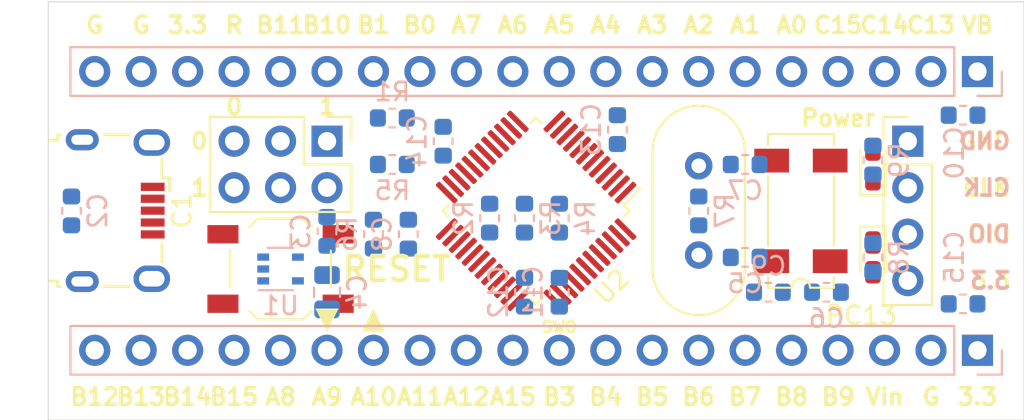
<source format=kicad_pcb>
(kicad_pcb (version 20171130) (host pcbnew "(5.1.7)-1")

  (general
    (thickness 1.6)
    (drawings 60)
    (tracks 0)
    (zones 0)
    (modules 35)
    (nets 53)
  )

  (page A4)
  (layers
    (0 F.Cu signal)
    (31 B.Cu signal)
    (32 B.Adhes user)
    (33 F.Adhes user)
    (34 B.Paste user)
    (35 F.Paste user)
    (36 B.SilkS user)
    (37 F.SilkS user)
    (38 B.Mask user)
    (39 F.Mask user)
    (40 Dwgs.User user)
    (41 Cmts.User user)
    (42 Eco1.User user)
    (43 Eco2.User user)
    (44 Edge.Cuts user)
    (45 Margin user)
    (46 B.CrtYd user)
    (47 F.CrtYd user)
    (48 B.Fab user)
    (49 F.Fab user)
  )

  (setup
    (last_trace_width 0.2)
    (trace_clearance 0.2)
    (zone_clearance 0.508)
    (zone_45_only no)
    (trace_min 0.2)
    (via_size 0.5)
    (via_drill 0.3)
    (via_min_size 0.4)
    (via_min_drill 0.3)
    (uvia_size 0.3)
    (uvia_drill 0.1)
    (uvias_allowed no)
    (uvia_min_size 0.2)
    (uvia_min_drill 0.1)
    (edge_width 0.05)
    (segment_width 0.2)
    (pcb_text_width 0.25)
    (pcb_text_size 1.3 1.3)
    (mod_edge_width 0.12)
    (mod_text_size 1.3 1.3)
    (mod_text_width 0.25)
    (pad_size 1.524 1.524)
    (pad_drill 0.762)
    (pad_to_mask_clearance 0.051)
    (solder_mask_min_width 0.25)
    (aux_axis_origin 0 0)
    (visible_elements 7FFFFFFF)
    (pcbplotparams
      (layerselection 0x010fc_ffffffff)
      (usegerberextensions false)
      (usegerberattributes false)
      (usegerberadvancedattributes false)
      (creategerberjobfile false)
      (excludeedgelayer true)
      (linewidth 0.100000)
      (plotframeref false)
      (viasonmask false)
      (mode 1)
      (useauxorigin false)
      (hpglpennumber 1)
      (hpglpenspeed 20)
      (hpglpendiameter 15.000000)
      (psnegative false)
      (psa4output false)
      (plotreference true)
      (plotvalue true)
      (plotinvisibletext false)
      (padsonsilk false)
      (subtractmaskfromsilk false)
      (outputformat 1)
      (mirror false)
      (drillshape 1)
      (scaleselection 1)
      (outputdirectory ""))
  )

  (net 0 "")
  (net 1 +5V)
  (net 2 GNDREF)
  (net 3 "Net-(C3-Pad2)")
  (net 4 +3V3)
  (net 5 OSCIN)
  (net 6 PC14)
  (net 7 OSCOUT)
  (net 8 PC15)
  (net 9 NRST)
  (net 10 "Net-(D2-Pad1)")
  (net 11 D+)
  (net 12 D-)
  (net 13 "Net-(J2-Pad4)")
  (net 14 "Net-(J2-Pad3)")
  (net 15 PB12)
  (net 16 PB13)
  (net 17 PB14)
  (net 18 PB15)
  (net 19 PA8)
  (net 20 PA9)
  (net 21 PA10)
  (net 22 PA11)
  (net 23 PA12)
  (net 24 PA15)
  (net 25 PB3)
  (net 26 PB4)
  (net 27 PB5)
  (net 28 PB6)
  (net 29 PB7)
  (net 30 PB8)
  (net 31 PB9)
  (net 32 +BATT)
  (net 33 PC13)
  (net 34 PA0)
  (net 35 PA1)
  (net 36 PA2)
  (net 37 PA3)
  (net 38 PA4)
  (net 39 PA5)
  (net 40 PA6)
  (net 41 PA7)
  (net 42 PB0)
  (net 43 PB1)
  (net 44 PB10)
  (net 45 PB11)
  (net 46 SWCLK)
  (net 47 SWDIO)
  (net 48 BOOT0)
  (net 49 BOOT1)
  (net 50 "Net-(Y2-Pad3)")
  (net 51 "Net-(Y2-Pad2)")
  (net 52 "Net-(D3-Pad1)")

  (net_class Default "This is the default net class."
    (clearance 0.2)
    (trace_width 0.2)
    (via_dia 0.5)
    (via_drill 0.3)
    (uvia_dia 0.3)
    (uvia_drill 0.1)
    (add_net +3V3)
    (add_net +5V)
    (add_net +BATT)
    (add_net BOOT0)
    (add_net BOOT1)
    (add_net D+)
    (add_net D-)
    (add_net GNDREF)
    (add_net NRST)
    (add_net "Net-(C3-Pad2)")
    (add_net "Net-(D2-Pad1)")
    (add_net "Net-(D3-Pad1)")
    (add_net "Net-(J2-Pad3)")
    (add_net "Net-(J2-Pad4)")
    (add_net "Net-(Y2-Pad2)")
    (add_net "Net-(Y2-Pad3)")
    (add_net OSCIN)
    (add_net OSCOUT)
    (add_net PA0)
    (add_net PA1)
    (add_net PA10)
    (add_net PA11)
    (add_net PA12)
    (add_net PA15)
    (add_net PA2)
    (add_net PA3)
    (add_net PA4)
    (add_net PA5)
    (add_net PA6)
    (add_net PA7)
    (add_net PA8)
    (add_net PA9)
    (add_net PB0)
    (add_net PB1)
    (add_net PB10)
    (add_net PB11)
    (add_net PB12)
    (add_net PB13)
    (add_net PB14)
    (add_net PB15)
    (add_net PB3)
    (add_net PB4)
    (add_net PB5)
    (add_net PB6)
    (add_net PB7)
    (add_net PB8)
    (add_net PB9)
    (add_net PC13)
    (add_net PC14)
    (add_net PC15)
    (add_net SWCLK)
    (add_net SWDIO)
  )

  (module Connector_USB:USB_Micro-B_Wuerth_629105150521 (layer F.Cu) (tedit 5A142044) (tstamp 5E153B26)
    (at 110.49 125.715 270)
    (descr "USB Micro-B receptacle, http://www.mouser.com/ds/2/445/629105150521-469306.pdf")
    (tags "usb micro receptacle")
    (path /5E119CEC)
    (attr smd)
    (fp_text reference C1 (at 0 -3.5 270) (layer F.SilkS)
      (effects (font (size 1 1) (thickness 0.15)))
    )
    (fp_text value 1u (at 0 5.6 270) (layer F.Fab)
      (effects (font (size 1 1) (thickness 0.15)))
    )
    (fp_text user "PCB Edge" (at 0 3.75 270) (layer Dwgs.User)
      (effects (font (size 0.5 0.5) (thickness 0.08)))
    )
    (fp_text user %R (at 0 1.05 270) (layer F.Fab)
      (effects (font (size 1 1) (thickness 0.15)))
    )
    (fp_line (start -4 -2.25) (end -4 3.15) (layer F.Fab) (width 0.15))
    (fp_line (start -4 3.15) (end -3.7 3.15) (layer F.Fab) (width 0.15))
    (fp_line (start -3.7 3.15) (end -3.7 4.35) (layer F.Fab) (width 0.15))
    (fp_line (start -3.7 4.35) (end 3.7 4.35) (layer F.Fab) (width 0.15))
    (fp_line (start 3.7 4.35) (end 3.7 3.15) (layer F.Fab) (width 0.15))
    (fp_line (start 3.7 3.15) (end 4 3.15) (layer F.Fab) (width 0.15))
    (fp_line (start 4 3.15) (end 4 -2.25) (layer F.Fab) (width 0.15))
    (fp_line (start 4 -2.25) (end -4 -2.25) (layer F.Fab) (width 0.15))
    (fp_line (start -2.7 3.75) (end 2.7 3.75) (layer F.Fab) (width 0.15))
    (fp_line (start -1.075 -2.725) (end -1.3 -2.55) (layer F.Fab) (width 0.15))
    (fp_line (start -1.3 -2.55) (end -1.525 -2.725) (layer F.Fab) (width 0.15))
    (fp_line (start -1.525 -2.725) (end -1.525 -2.95) (layer F.Fab) (width 0.15))
    (fp_line (start -1.525 -2.95) (end -1.075 -2.95) (layer F.Fab) (width 0.15))
    (fp_line (start -1.075 -2.95) (end -1.075 -2.725) (layer F.Fab) (width 0.15))
    (fp_line (start -4.15 -0.65) (end -4.15 0.75) (layer F.SilkS) (width 0.15))
    (fp_line (start -4.15 3.15) (end -4.15 3.3) (layer F.SilkS) (width 0.15))
    (fp_line (start -4.15 3.3) (end -3.85 3.3) (layer F.SilkS) (width 0.15))
    (fp_line (start -3.85 3.3) (end -3.85 3.75) (layer F.SilkS) (width 0.15))
    (fp_line (start 3.85 3.75) (end 3.85 3.3) (layer F.SilkS) (width 0.15))
    (fp_line (start 3.85 3.3) (end 4.15 3.3) (layer F.SilkS) (width 0.15))
    (fp_line (start 4.15 3.3) (end 4.15 3.15) (layer F.SilkS) (width 0.15))
    (fp_line (start 4.15 0.75) (end 4.15 -0.65) (layer F.SilkS) (width 0.15))
    (fp_line (start -1.075 -2.825) (end -1.8 -2.825) (layer F.SilkS) (width 0.15))
    (fp_line (start -1.8 -2.825) (end -1.8 -2.4) (layer F.SilkS) (width 0.15))
    (fp_line (start -1.8 -2.4) (end -2.8 -2.4) (layer F.SilkS) (width 0.15))
    (fp_line (start 1.8 -2.4) (end 2.8 -2.4) (layer F.SilkS) (width 0.15))
    (fp_line (start -4.94 -3.34) (end -4.94 4.85) (layer F.CrtYd) (width 0.05))
    (fp_line (start -4.94 4.85) (end 4.95 4.85) (layer F.CrtYd) (width 0.05))
    (fp_line (start 4.95 4.85) (end 4.95 -3.34) (layer F.CrtYd) (width 0.05))
    (fp_line (start 4.95 -3.34) (end -4.94 -3.34) (layer F.CrtYd) (width 0.05))
    (pad "" np_thru_hole oval (at 2.5 -0.8 270) (size 0.8 0.8) (drill 0.8) (layers *.Cu *.Mask))
    (pad "" np_thru_hole oval (at -2.5 -0.8 270) (size 0.8 0.8) (drill 0.8) (layers *.Cu *.Mask))
    (pad 6 thru_hole oval (at 3.875 1.95 270) (size 1.15 1.8) (drill oval 0.55 1.2) (layers *.Cu *.Mask))
    (pad 6 thru_hole oval (at -3.875 1.95 270) (size 1.15 1.8) (drill oval 0.55 1.2) (layers *.Cu *.Mask))
    (pad 6 thru_hole oval (at 3.725 -1.85 270) (size 1.45 2) (drill oval 0.85 1.4) (layers *.Cu *.Mask))
    (pad 6 thru_hole oval (at -3.725 -1.85 270) (size 1.45 2) (drill oval 0.85 1.4) (layers *.Cu *.Mask))
    (pad 5 smd rect (at 1.3 -1.9 270) (size 0.45 1.3) (layers F.Cu F.Paste F.Mask))
    (pad 4 smd rect (at 0.65 -1.9 270) (size 0.45 1.3) (layers F.Cu F.Paste F.Mask))
    (pad 3 smd rect (at 0 -1.9 270) (size 0.45 1.3) (layers F.Cu F.Paste F.Mask))
    (pad 2 smd rect (at -0.65 -1.9 270) (size 0.45 1.3) (layers F.Cu F.Paste F.Mask)
      (net 1 +5V))
    (pad 1 smd rect (at -1.3 -1.9 270) (size 0.45 1.3) (layers F.Cu F.Paste F.Mask)
      (net 2 GNDREF))
    (model ${KISYS3DMOD}/Connector_USB.3dshapes/USB_Micro-B_Wuerth_629105150521.wrl
      (at (xyz 0 0 0))
      (scale (xyz 1 1 1))
      (rotate (xyz 0 0 0))
    )
  )

  (module Connector_PinHeader_2.54mm:PinHeader_1x04_P2.54mm_Vertical (layer F.Cu) (tedit 59FED5CC) (tstamp 5E153CC4)
    (at 153.67 121.92)
    (descr "Through hole straight pin header, 1x04, 2.54mm pitch, single row")
    (tags "Through hole pin header THT 1x04 2.54mm single row")
    (path /5DE0F7EB)
    (attr virtual)
    (fp_text reference J4 (at 0 -2.33) (layer F.SilkS) hide
      (effects (font (size 1 1) (thickness 0.15)))
    )
    (fp_text value SWD (at 0 9.95) (layer F.Fab)
      (effects (font (size 1 1) (thickness 0.15)))
    )
    (fp_line (start -0.635 -1.27) (end 1.27 -1.27) (layer F.Fab) (width 0.1))
    (fp_line (start 1.27 -1.27) (end 1.27 8.89) (layer F.Fab) (width 0.1))
    (fp_line (start 1.27 8.89) (end -1.27 8.89) (layer F.Fab) (width 0.1))
    (fp_line (start -1.27 8.89) (end -1.27 -0.635) (layer F.Fab) (width 0.1))
    (fp_line (start -1.27 -0.635) (end -0.635 -1.27) (layer F.Fab) (width 0.1))
    (fp_line (start -1.33 8.95) (end 1.33 8.95) (layer F.SilkS) (width 0.12))
    (fp_line (start -1.33 1.27) (end -1.33 8.95) (layer F.SilkS) (width 0.12))
    (fp_line (start 1.33 1.27) (end 1.33 8.95) (layer F.SilkS) (width 0.12))
    (fp_line (start -1.33 1.27) (end 1.33 1.27) (layer F.SilkS) (width 0.12))
    (fp_line (start -1.33 0) (end -1.33 -1.33) (layer F.SilkS) (width 0.12))
    (fp_line (start -1.33 -1.33) (end 0 -1.33) (layer F.SilkS) (width 0.12))
    (fp_line (start -1.8 -1.8) (end -1.8 9.4) (layer F.CrtYd) (width 0.05))
    (fp_line (start -1.8 9.4) (end 1.8 9.4) (layer F.CrtYd) (width 0.05))
    (fp_line (start 1.8 9.4) (end 1.8 -1.8) (layer F.CrtYd) (width 0.05))
    (fp_line (start 1.8 -1.8) (end -1.8 -1.8) (layer F.CrtYd) (width 0.05))
    (fp_text user %R (at 0 3.81 90) (layer F.Fab) hide
      (effects (font (size 1 1) (thickness 0.15)))
    )
    (pad 4 thru_hole oval (at 0 7.62) (size 1.7 1.7) (drill 1) (layers *.Cu *.Mask)
      (net 4 +3V3))
    (pad 3 thru_hole oval (at 0 5.08) (size 1.7 1.7) (drill 1) (layers *.Cu *.Mask)
      (net 47 SWDIO))
    (pad 2 thru_hole oval (at 0 2.54) (size 1.7 1.7) (drill 1) (layers *.Cu *.Mask)
      (net 46 SWCLK))
    (pad 1 thru_hole rect (at 0 0) (size 1.7 1.7) (drill 1) (layers *.Cu *.Mask)
      (net 2 GNDREF))
    (model ${KISYS3DMOD}/Connector_PinHeader_2.54mm.3dshapes/PinHeader_1x04_P2.54mm_Vertical.wrl
      (at (xyz 0 0 0))
      (scale (xyz 1 1 1))
      (rotate (xyz 0 0 0))
    )
  )

  (module Capacitor_SMD:C_0603_1608Metric (layer B.Cu) (tedit 5B301BBE) (tstamp 5F91CBBE)
    (at 156.6925 120.4975 180)
    (descr "Capacitor SMD 0603 (1608 Metric), square (rectangular) end terminal, IPC_7351 nominal, (Body size source: http://www.tortai-tech.com/upload/download/2011102023233369053.pdf), generated with kicad-footprint-generator")
    (tags capacitor)
    (path /5E18C388)
    (attr smd)
    (fp_text reference C10 (at 0.4825 -2.0575 90) (layer B.SilkS)
      (effects (font (size 1 1) (thickness 0.15)) (justify mirror))
    )
    (fp_text value 100n (at 0 -1.43) (layer B.Fab)
      (effects (font (size 1 1) (thickness 0.15)) (justify mirror))
    )
    (fp_line (start 1.48 -0.73) (end -1.48 -0.73) (layer B.CrtYd) (width 0.05))
    (fp_line (start 1.48 0.73) (end 1.48 -0.73) (layer B.CrtYd) (width 0.05))
    (fp_line (start -1.48 0.73) (end 1.48 0.73) (layer B.CrtYd) (width 0.05))
    (fp_line (start -1.48 -0.73) (end -1.48 0.73) (layer B.CrtYd) (width 0.05))
    (fp_line (start -0.162779 -0.51) (end 0.162779 -0.51) (layer B.SilkS) (width 0.12))
    (fp_line (start -0.162779 0.51) (end 0.162779 0.51) (layer B.SilkS) (width 0.12))
    (fp_line (start 0.8 -0.4) (end -0.8 -0.4) (layer B.Fab) (width 0.1))
    (fp_line (start 0.8 0.4) (end 0.8 -0.4) (layer B.Fab) (width 0.1))
    (fp_line (start -0.8 0.4) (end 0.8 0.4) (layer B.Fab) (width 0.1))
    (fp_line (start -0.8 -0.4) (end -0.8 0.4) (layer B.Fab) (width 0.1))
    (fp_text user %R (at 0 0) (layer B.Fab)
      (effects (font (size 0.4 0.4) (thickness 0.06)) (justify mirror))
    )
    (pad 2 smd roundrect (at 0.7875 0 180) (size 0.875 0.95) (layers B.Cu B.Paste B.Mask) (roundrect_rratio 0.25)
      (net 2 GNDREF))
    (pad 1 smd roundrect (at -0.7875 0 180) (size 0.875 0.95) (layers B.Cu B.Paste B.Mask) (roundrect_rratio 0.25)
      (net 32 +BATT))
    (model ${KISYS3DMOD}/Capacitor_SMD.3dshapes/C_0603_1608Metric.wrl
      (at (xyz 0 0 0))
      (scale (xyz 1 1 1))
      (rotate (xyz 0 0 0))
    )
  )

  (module Connector_PinHeader_2.54mm:PinHeader_1x20_P2.54mm_Vertical (layer B.Cu) (tedit 59FED5CC) (tstamp 5E17689A)
    (at 157.48 118.11 90)
    (descr "Through hole straight pin header, 1x20, 2.54mm pitch, single row")
    (tags "Through hole pin header THT 1x20 2.54mm single row")
    (path /5DEFA97C)
    (fp_text reference J5 (at 0 2.33 -90) (layer B.SilkS) hide
      (effects (font (size 1 1) (thickness 0.15)) (justify mirror))
    )
    (fp_text value "Right Row" (at 0 -50.59 -90) (layer B.Fab)
      (effects (font (size 1 1) (thickness 0.15)) (justify mirror))
    )
    (fp_line (start -0.635 1.27) (end 1.27 1.27) (layer B.Fab) (width 0.1))
    (fp_line (start 1.27 1.27) (end 1.27 -49.53) (layer B.Fab) (width 0.1))
    (fp_line (start 1.27 -49.53) (end -1.27 -49.53) (layer B.Fab) (width 0.1))
    (fp_line (start -1.27 -49.53) (end -1.27 0.635) (layer B.Fab) (width 0.1))
    (fp_line (start -1.27 0.635) (end -0.635 1.27) (layer B.Fab) (width 0.1))
    (fp_line (start -1.33 -49.59) (end 1.33 -49.59) (layer B.SilkS) (width 0.12))
    (fp_line (start -1.33 -1.27) (end -1.33 -49.59) (layer B.SilkS) (width 0.12))
    (fp_line (start 1.33 -1.27) (end 1.33 -49.59) (layer B.SilkS) (width 0.12))
    (fp_line (start -1.33 -1.27) (end 1.33 -1.27) (layer B.SilkS) (width 0.12))
    (fp_line (start -1.33 0) (end -1.33 1.33) (layer B.SilkS) (width 0.12))
    (fp_line (start -1.33 1.33) (end 0 1.33) (layer B.SilkS) (width 0.12))
    (fp_line (start -1.8 1.8) (end -1.8 -50.05) (layer B.CrtYd) (width 0.05))
    (fp_line (start -1.8 -50.05) (end 1.8 -50.05) (layer B.CrtYd) (width 0.05))
    (fp_line (start 1.8 -50.05) (end 1.8 1.8) (layer B.CrtYd) (width 0.05))
    (fp_line (start 1.8 1.8) (end -1.8 1.8) (layer B.CrtYd) (width 0.05))
    (fp_text user %R (at 0 -24.13) (layer B.Fab)
      (effects (font (size 1 1) (thickness 0.15)) (justify mirror))
    )
    (pad 20 thru_hole oval (at 0 -48.26 90) (size 1.7 1.7) (drill 1) (layers *.Cu *.Mask)
      (net 2 GNDREF))
    (pad 19 thru_hole oval (at 0 -45.72 90) (size 1.7 1.7) (drill 1) (layers *.Cu *.Mask)
      (net 2 GNDREF))
    (pad 18 thru_hole oval (at 0 -43.18 90) (size 1.7 1.7) (drill 1) (layers *.Cu *.Mask)
      (net 4 +3V3))
    (pad 17 thru_hole oval (at 0 -40.64 90) (size 1.7 1.7) (drill 1) (layers *.Cu *.Mask)
      (net 9 NRST))
    (pad 16 thru_hole oval (at 0 -38.1 90) (size 1.7 1.7) (drill 1) (layers *.Cu *.Mask)
      (net 45 PB11))
    (pad 15 thru_hole oval (at 0 -35.56 90) (size 1.7 1.7) (drill 1) (layers *.Cu *.Mask)
      (net 44 PB10))
    (pad 14 thru_hole oval (at 0 -33.02 90) (size 1.7 1.7) (drill 1) (layers *.Cu *.Mask)
      (net 43 PB1))
    (pad 13 thru_hole oval (at 0 -30.48 90) (size 1.7 1.7) (drill 1) (layers *.Cu *.Mask)
      (net 42 PB0))
    (pad 12 thru_hole oval (at 0 -27.94 90) (size 1.7 1.7) (drill 1) (layers *.Cu *.Mask)
      (net 41 PA7))
    (pad 11 thru_hole oval (at 0 -25.4 90) (size 1.7 1.7) (drill 1) (layers *.Cu *.Mask)
      (net 40 PA6))
    (pad 10 thru_hole oval (at 0 -22.86 90) (size 1.7 1.7) (drill 1) (layers *.Cu *.Mask)
      (net 39 PA5))
    (pad 9 thru_hole oval (at 0 -20.32 90) (size 1.7 1.7) (drill 1) (layers *.Cu *.Mask)
      (net 38 PA4))
    (pad 8 thru_hole oval (at 0 -17.78 90) (size 1.7 1.7) (drill 1) (layers *.Cu *.Mask)
      (net 37 PA3))
    (pad 7 thru_hole oval (at 0 -15.24 90) (size 1.7 1.7) (drill 1) (layers *.Cu *.Mask)
      (net 36 PA2))
    (pad 6 thru_hole oval (at 0 -12.7 90) (size 1.7 1.7) (drill 1) (layers *.Cu *.Mask)
      (net 35 PA1))
    (pad 5 thru_hole oval (at 0 -10.16 90) (size 1.7 1.7) (drill 1) (layers *.Cu *.Mask)
      (net 34 PA0))
    (pad 4 thru_hole oval (at 0 -7.62 90) (size 1.7 1.7) (drill 1) (layers *.Cu *.Mask)
      (net 8 PC15))
    (pad 3 thru_hole oval (at 0 -5.08 90) (size 1.7 1.7) (drill 1) (layers *.Cu *.Mask)
      (net 6 PC14))
    (pad 2 thru_hole oval (at 0 -2.54 90) (size 1.7 1.7) (drill 1) (layers *.Cu *.Mask)
      (net 33 PC13))
    (pad 1 thru_hole rect (at 0 0 90) (size 1.7 1.7) (drill 1) (layers *.Cu *.Mask)
      (net 32 +BATT))
    (model ${KISYS3DMOD}/Connector_PinHeader_2.54mm.3dshapes/PinHeader_1x20_P2.54mm_Vertical.wrl
      (at (xyz 0 0 0))
      (scale (xyz 1 1 1))
      (rotate (xyz 0 0 0))
    )
  )

  (module LED_SMD:LED_0603_1608Metric_Castellated (layer F.Cu) (tedit 5B301BBE) (tstamp 5E17511E)
    (at 151.765 123.19 90)
    (descr "LED SMD 0603 (1608 Metric), castellated end terminal, IPC_7351 nominal, (Body size source: http://www.tortai-tech.com/upload/download/2011102023233369053.pdf), generated with kicad-footprint-generator")
    (tags "LED castellated")
    (path /5E3B8BCE)
    (attr smd)
    (fp_text reference D3 (at 0 -1.38 270) (layer F.SilkS) hide
      (effects (font (size 1 1) (thickness 0.15)))
    )
    (fp_text value Power (at 2.54 -1.905) (layer F.SilkS)
      (effects (font (size 0.9 0.9) (thickness 0.2)))
    )
    (fp_line (start 0.8 -0.4) (end -0.5 -0.4) (layer F.Fab) (width 0.1))
    (fp_line (start -0.5 -0.4) (end -0.8 -0.1) (layer F.Fab) (width 0.1))
    (fp_line (start -0.8 -0.1) (end -0.8 0.4) (layer F.Fab) (width 0.1))
    (fp_line (start -0.8 0.4) (end 0.8 0.4) (layer F.Fab) (width 0.1))
    (fp_line (start 0.8 0.4) (end 0.8 -0.4) (layer F.Fab) (width 0.1))
    (fp_line (start 0.8 -0.685) (end -1.685 -0.685) (layer F.SilkS) (width 0.12))
    (fp_line (start -1.685 -0.685) (end -1.685 0.685) (layer F.SilkS) (width 0.12))
    (fp_line (start -1.685 0.685) (end 0.8 0.685) (layer F.SilkS) (width 0.12))
    (fp_line (start -1.68 0.68) (end -1.68 -0.68) (layer F.CrtYd) (width 0.05))
    (fp_line (start -1.68 -0.68) (end 1.68 -0.68) (layer F.CrtYd) (width 0.05))
    (fp_line (start 1.68 -0.68) (end 1.68 0.68) (layer F.CrtYd) (width 0.05))
    (fp_line (start 1.68 0.68) (end -1.68 0.68) (layer F.CrtYd) (width 0.05))
    (fp_text user %R (at 0 0 270) (layer F.Fab)
      (effects (font (size 0.4 0.4) (thickness 0.06)))
    )
    (pad 2 smd roundrect (at 0.8125 0 90) (size 1.225 0.85) (layers F.Cu F.Paste F.Mask) (roundrect_rratio 0.25)
      (net 4 +3V3))
    (pad 1 smd roundrect (at -0.8125 0 90) (size 1.225 0.85) (layers F.Cu F.Paste F.Mask) (roundrect_rratio 0.25)
      (net 52 "Net-(D3-Pad1)"))
    (model ${KISYS3DMOD}/LED_SMD.3dshapes/LED_0603_1608Metric_Castellated.wrl
      (at (xyz 0 0 0))
      (scale (xyz 1 1 1))
      (rotate (xyz 0 0 0))
    )
  )

  (module Package_TO_SOT_SMD:SOT-353_SC-70-5 (layer B.Cu) (tedit 5A02FF57) (tstamp 5E30A756)
    (at 119.38 128.905)
    (descr "SOT-353, SC-70-5")
    (tags "SOT-353 SC-70-5")
    (path /5E1140B5)
    (attr smd)
    (fp_text reference U1 (at 0 2) (layer B.SilkS)
      (effects (font (size 1 1) (thickness 0.15)) (justify mirror))
    )
    (fp_text value RT8183-33 (at 0 -2 -180) (layer B.Fab)
      (effects (font (size 1 1) (thickness 0.15)) (justify mirror))
    )
    (fp_line (start 0.7 1.16) (end -1.2 1.16) (layer B.SilkS) (width 0.12))
    (fp_line (start -0.7 -1.16) (end 0.7 -1.16) (layer B.SilkS) (width 0.12))
    (fp_line (start 1.6 -1.4) (end 1.6 1.4) (layer B.CrtYd) (width 0.05))
    (fp_line (start -1.6 1.4) (end -1.6 -1.4) (layer B.CrtYd) (width 0.05))
    (fp_line (start -1.6 1.4) (end 1.6 1.4) (layer B.CrtYd) (width 0.05))
    (fp_line (start 0.675 1.1) (end -0.175 1.1) (layer B.Fab) (width 0.1))
    (fp_line (start -0.675 0.6) (end -0.675 -1.1) (layer B.Fab) (width 0.1))
    (fp_line (start -1.6 -1.4) (end 1.6 -1.4) (layer B.CrtYd) (width 0.05))
    (fp_line (start 0.675 1.1) (end 0.675 -1.1) (layer B.Fab) (width 0.1))
    (fp_line (start 0.675 -1.1) (end -0.675 -1.1) (layer B.Fab) (width 0.1))
    (fp_line (start -0.175 1.1) (end -0.675 0.6) (layer B.Fab) (width 0.1))
    (fp_text user %R (at 0 0 -90) (layer B.Fab)
      (effects (font (size 0.5 0.5) (thickness 0.075)) (justify mirror))
    )
    (pad 5 smd rect (at 0.95 0.65) (size 0.65 0.4) (layers B.Cu B.Paste B.Mask)
      (net 4 +3V3))
    (pad 4 smd rect (at 0.95 -0.65) (size 0.65 0.4) (layers B.Cu B.Paste B.Mask)
      (net 3 "Net-(C3-Pad2)"))
    (pad 2 smd rect (at -0.95 0) (size 0.65 0.4) (layers B.Cu B.Paste B.Mask)
      (net 2 GNDREF))
    (pad 3 smd rect (at -0.95 -0.65) (size 0.65 0.4) (layers B.Cu B.Paste B.Mask)
      (net 1 +5V))
    (pad 1 smd rect (at -0.95 0.65) (size 0.65 0.4) (layers B.Cu B.Paste B.Mask)
      (net 1 +5V))
    (model ${KISYS3DMOD}/Package_TO_SOT_SMD.3dshapes/SOT-353_SC-70-5.wrl
      (at (xyz 0 0 0))
      (scale (xyz 1 1 1))
      (rotate (xyz 0 0 0))
    )
  )

  (module Resistor_SMD:R_0603_1608Metric (layer B.Cu) (tedit 5B301BBD) (tstamp 5E153DAA)
    (at 151.765 122.95 90)
    (descr "Resistor SMD 0603 (1608 Metric), square (rectangular) end terminal, IPC_7351 nominal, (Body size source: http://www.tortai-tech.com/upload/download/2011102023233369053.pdf), generated with kicad-footprint-generator")
    (tags resistor)
    (path /5E3BA000)
    (attr smd)
    (fp_text reference R9 (at 0 1.43 90) (layer B.SilkS)
      (effects (font (size 1 1) (thickness 0.15)) (justify mirror))
    )
    (fp_text value 510 (at 0 -1.43 90) (layer B.Fab)
      (effects (font (size 1 1) (thickness 0.15)) (justify mirror))
    )
    (fp_line (start -0.8 -0.4) (end -0.8 0.4) (layer B.Fab) (width 0.1))
    (fp_line (start -0.8 0.4) (end 0.8 0.4) (layer B.Fab) (width 0.1))
    (fp_line (start 0.8 0.4) (end 0.8 -0.4) (layer B.Fab) (width 0.1))
    (fp_line (start 0.8 -0.4) (end -0.8 -0.4) (layer B.Fab) (width 0.1))
    (fp_line (start -0.162779 0.51) (end 0.162779 0.51) (layer B.SilkS) (width 0.12))
    (fp_line (start -0.162779 -0.51) (end 0.162779 -0.51) (layer B.SilkS) (width 0.12))
    (fp_line (start -1.48 -0.73) (end -1.48 0.73) (layer B.CrtYd) (width 0.05))
    (fp_line (start -1.48 0.73) (end 1.48 0.73) (layer B.CrtYd) (width 0.05))
    (fp_line (start 1.48 0.73) (end 1.48 -0.73) (layer B.CrtYd) (width 0.05))
    (fp_line (start 1.48 -0.73) (end -1.48 -0.73) (layer B.CrtYd) (width 0.05))
    (fp_text user %R (at 0 0 90) (layer B.Fab)
      (effects (font (size 0.4 0.4) (thickness 0.06)) (justify mirror))
    )
    (pad 2 smd roundrect (at 0.7875 0 90) (size 0.875 0.95) (layers B.Cu B.Paste B.Mask) (roundrect_rratio 0.25)
      (net 52 "Net-(D3-Pad1)"))
    (pad 1 smd roundrect (at -0.7875 0 90) (size 0.875 0.95) (layers B.Cu B.Paste B.Mask) (roundrect_rratio 0.25)
      (net 2 GNDREF))
    (model ${KISYS3DMOD}/Resistor_SMD.3dshapes/R_0603_1608Metric.wrl
      (at (xyz 0 0 0))
      (scale (xyz 1 1 1))
      (rotate (xyz 0 0 0))
    )
  )

  (module Resistor_SMD:R_0603_1608Metric (layer B.Cu) (tedit 5B301BBD) (tstamp 5E153D99)
    (at 151.765 128.27 90)
    (descr "Resistor SMD 0603 (1608 Metric), square (rectangular) end terminal, IPC_7351 nominal, (Body size source: http://www.tortai-tech.com/upload/download/2011102023233369053.pdf), generated with kicad-footprint-generator")
    (tags resistor)
    (path /5E3E405C)
    (attr smd)
    (fp_text reference R8 (at 0 1.43 90) (layer B.SilkS)
      (effects (font (size 1 1) (thickness 0.15)) (justify mirror))
    )
    (fp_text value 510 (at 0 -1.43 90) (layer B.Fab)
      (effects (font (size 1 1) (thickness 0.15)) (justify mirror))
    )
    (fp_line (start -0.8 -0.4) (end -0.8 0.4) (layer B.Fab) (width 0.1))
    (fp_line (start -0.8 0.4) (end 0.8 0.4) (layer B.Fab) (width 0.1))
    (fp_line (start 0.8 0.4) (end 0.8 -0.4) (layer B.Fab) (width 0.1))
    (fp_line (start 0.8 -0.4) (end -0.8 -0.4) (layer B.Fab) (width 0.1))
    (fp_line (start -0.162779 0.51) (end 0.162779 0.51) (layer B.SilkS) (width 0.12))
    (fp_line (start -0.162779 -0.51) (end 0.162779 -0.51) (layer B.SilkS) (width 0.12))
    (fp_line (start -1.48 -0.73) (end -1.48 0.73) (layer B.CrtYd) (width 0.05))
    (fp_line (start -1.48 0.73) (end 1.48 0.73) (layer B.CrtYd) (width 0.05))
    (fp_line (start 1.48 0.73) (end 1.48 -0.73) (layer B.CrtYd) (width 0.05))
    (fp_line (start 1.48 -0.73) (end -1.48 -0.73) (layer B.CrtYd) (width 0.05))
    (fp_text user %R (at 0 0 90) (layer B.Fab)
      (effects (font (size 0.4 0.4) (thickness 0.06)) (justify mirror))
    )
    (pad 2 smd roundrect (at 0.7875 0 90) (size 0.875 0.95) (layers B.Cu B.Paste B.Mask) (roundrect_rratio 0.25)
      (net 10 "Net-(D2-Pad1)"))
    (pad 1 smd roundrect (at -0.7875 0 90) (size 0.875 0.95) (layers B.Cu B.Paste B.Mask) (roundrect_rratio 0.25)
      (net 33 PC13))
    (model ${KISYS3DMOD}/Resistor_SMD.3dshapes/R_0603_1608Metric.wrl
      (at (xyz 0 0 0))
      (scale (xyz 1 1 1))
      (rotate (xyz 0 0 0))
    )
  )

  (module Resistor_SMD:R_0603_1608Metric (layer B.Cu) (tedit 5B301BBD) (tstamp 5E153D88)
    (at 142.24 125.73 90)
    (descr "Resistor SMD 0603 (1608 Metric), square (rectangular) end terminal, IPC_7351 nominal, (Body size source: http://www.tortai-tech.com/upload/download/2011102023233369053.pdf), generated with kicad-footprint-generator")
    (tags resistor)
    (path /5E527ACB)
    (attr smd)
    (fp_text reference R7 (at 0 1.43 270) (layer B.SilkS)
      (effects (font (size 1 1) (thickness 0.15)) (justify mirror))
    )
    (fp_text value "10M [N/A]" (at 0 -1.43 270) (layer B.Fab)
      (effects (font (size 1 1) (thickness 0.15)) (justify mirror))
    )
    (fp_line (start -0.8 -0.4) (end -0.8 0.4) (layer B.Fab) (width 0.1))
    (fp_line (start -0.8 0.4) (end 0.8 0.4) (layer B.Fab) (width 0.1))
    (fp_line (start 0.8 0.4) (end 0.8 -0.4) (layer B.Fab) (width 0.1))
    (fp_line (start 0.8 -0.4) (end -0.8 -0.4) (layer B.Fab) (width 0.1))
    (fp_line (start -0.162779 0.51) (end 0.162779 0.51) (layer B.SilkS) (width 0.12))
    (fp_line (start -0.162779 -0.51) (end 0.162779 -0.51) (layer B.SilkS) (width 0.12))
    (fp_line (start -1.48 -0.73) (end -1.48 0.73) (layer B.CrtYd) (width 0.05))
    (fp_line (start -1.48 0.73) (end 1.48 0.73) (layer B.CrtYd) (width 0.05))
    (fp_line (start 1.48 0.73) (end 1.48 -0.73) (layer B.CrtYd) (width 0.05))
    (fp_line (start 1.48 -0.73) (end -1.48 -0.73) (layer B.CrtYd) (width 0.05))
    (fp_text user %R (at 0 0 270) (layer B.Fab)
      (effects (font (size 0.4 0.4) (thickness 0.06)) (justify mirror))
    )
    (pad 2 smd roundrect (at 0.7875 0 90) (size 0.875 0.95) (layers B.Cu B.Paste B.Mask) (roundrect_rratio 0.25)
      (net 7 OSCOUT))
    (pad 1 smd roundrect (at -0.7875 0 90) (size 0.875 0.95) (layers B.Cu B.Paste B.Mask) (roundrect_rratio 0.25)
      (net 5 OSCIN))
    (model ${KISYS3DMOD}/Resistor_SMD.3dshapes/R_0603_1608Metric.wrl
      (at (xyz 0 0 0))
      (scale (xyz 1 1 1))
      (rotate (xyz 0 0 0))
    )
  )

  (module Resistor_SMD:R_0603_1608Metric (layer B.Cu) (tedit 5B301BBD) (tstamp 5E153D77)
    (at 124.46 127 270)
    (descr "Resistor SMD 0603 (1608 Metric), square (rectangular) end terminal, IPC_7351 nominal, (Body size source: http://www.tortai-tech.com/upload/download/2011102023233369053.pdf), generated with kicad-footprint-generator")
    (tags resistor)
    (path /5DE236DC)
    (attr smd)
    (fp_text reference R6 (at 0 1.43 90) (layer B.SilkS)
      (effects (font (size 1 1) (thickness 0.15)) (justify mirror))
    )
    (fp_text value 10K (at 0 -1.43 90) (layer B.Fab)
      (effects (font (size 1 1) (thickness 0.15)) (justify mirror))
    )
    (fp_line (start -0.8 -0.4) (end -0.8 0.4) (layer B.Fab) (width 0.1))
    (fp_line (start -0.8 0.4) (end 0.8 0.4) (layer B.Fab) (width 0.1))
    (fp_line (start 0.8 0.4) (end 0.8 -0.4) (layer B.Fab) (width 0.1))
    (fp_line (start 0.8 -0.4) (end -0.8 -0.4) (layer B.Fab) (width 0.1))
    (fp_line (start -0.162779 0.51) (end 0.162779 0.51) (layer B.SilkS) (width 0.12))
    (fp_line (start -0.162779 -0.51) (end 0.162779 -0.51) (layer B.SilkS) (width 0.12))
    (fp_line (start -1.48 -0.73) (end -1.48 0.73) (layer B.CrtYd) (width 0.05))
    (fp_line (start -1.48 0.73) (end 1.48 0.73) (layer B.CrtYd) (width 0.05))
    (fp_line (start 1.48 0.73) (end 1.48 -0.73) (layer B.CrtYd) (width 0.05))
    (fp_line (start 1.48 -0.73) (end -1.48 -0.73) (layer B.CrtYd) (width 0.05))
    (fp_text user %R (at 0 0 90) (layer B.Fab)
      (effects (font (size 0.4 0.4) (thickness 0.06)) (justify mirror))
    )
    (pad 2 smd roundrect (at 0.7875 0 270) (size 0.875 0.95) (layers B.Cu B.Paste B.Mask) (roundrect_rratio 0.25)
      (net 4 +3V3))
    (pad 1 smd roundrect (at -0.7875 0 270) (size 0.875 0.95) (layers B.Cu B.Paste B.Mask) (roundrect_rratio 0.25)
      (net 9 NRST))
    (model ${KISYS3DMOD}/Resistor_SMD.3dshapes/R_0603_1608Metric.wrl
      (at (xyz 0 0 0))
      (scale (xyz 1 1 1))
      (rotate (xyz 0 0 0))
    )
  )

  (module Resistor_SMD:R_0603_1608Metric (layer B.Cu) (tedit 5B301BBD) (tstamp 5E153D66)
    (at 125.49 123.19)
    (descr "Resistor SMD 0603 (1608 Metric), square (rectangular) end terminal, IPC_7351 nominal, (Body size source: http://www.tortai-tech.com/upload/download/2011102023233369053.pdf), generated with kicad-footprint-generator")
    (tags resistor)
    (path /5DEF6246)
    (attr smd)
    (fp_text reference R5 (at 0 1.43) (layer B.SilkS)
      (effects (font (size 1 1) (thickness 0.15)) (justify mirror))
    )
    (fp_text value 100K (at 0 -1.43) (layer B.Fab)
      (effects (font (size 1 1) (thickness 0.15)) (justify mirror))
    )
    (fp_line (start -0.8 -0.4) (end -0.8 0.4) (layer B.Fab) (width 0.1))
    (fp_line (start -0.8 0.4) (end 0.8 0.4) (layer B.Fab) (width 0.1))
    (fp_line (start 0.8 0.4) (end 0.8 -0.4) (layer B.Fab) (width 0.1))
    (fp_line (start 0.8 -0.4) (end -0.8 -0.4) (layer B.Fab) (width 0.1))
    (fp_line (start -0.162779 0.51) (end 0.162779 0.51) (layer B.SilkS) (width 0.12))
    (fp_line (start -0.162779 -0.51) (end 0.162779 -0.51) (layer B.SilkS) (width 0.12))
    (fp_line (start -1.48 -0.73) (end -1.48 0.73) (layer B.CrtYd) (width 0.05))
    (fp_line (start -1.48 0.73) (end 1.48 0.73) (layer B.CrtYd) (width 0.05))
    (fp_line (start 1.48 0.73) (end 1.48 -0.73) (layer B.CrtYd) (width 0.05))
    (fp_line (start 1.48 -0.73) (end -1.48 -0.73) (layer B.CrtYd) (width 0.05))
    (fp_text user %R (at 0 0) (layer B.Fab)
      (effects (font (size 0.4 0.4) (thickness 0.06)) (justify mirror))
    )
    (pad 2 smd roundrect (at 0.7875 0) (size 0.875 0.95) (layers B.Cu B.Paste B.Mask) (roundrect_rratio 0.25)
      (net 49 BOOT1))
    (pad 1 smd roundrect (at -0.7875 0) (size 0.875 0.95) (layers B.Cu B.Paste B.Mask) (roundrect_rratio 0.25)
      (net 13 "Net-(J2-Pad4)"))
    (model ${KISYS3DMOD}/Resistor_SMD.3dshapes/R_0603_1608Metric.wrl
      (at (xyz 0 0 0))
      (scale (xyz 1 1 1))
      (rotate (xyz 0 0 0))
    )
  )

  (module Resistor_SMD:R_0603_1608Metric (layer B.Cu) (tedit 5B301BBD) (tstamp 5E153D55)
    (at 134.62 126.125 90)
    (descr "Resistor SMD 0603 (1608 Metric), square (rectangular) end terminal, IPC_7351 nominal, (Body size source: http://www.tortai-tech.com/upload/download/2011102023233369053.pdf), generated with kicad-footprint-generator")
    (tags resistor)
    (path /5DE8103C)
    (attr smd)
    (fp_text reference R4 (at 0 1.43 90) (layer B.SilkS)
      (effects (font (size 1 1) (thickness 0.15)) (justify mirror))
    )
    (fp_text value 1.5K (at 0 -1.43 90) (layer B.Fab)
      (effects (font (size 1 1) (thickness 0.15)) (justify mirror))
    )
    (fp_line (start -0.8 -0.4) (end -0.8 0.4) (layer B.Fab) (width 0.1))
    (fp_line (start -0.8 0.4) (end 0.8 0.4) (layer B.Fab) (width 0.1))
    (fp_line (start 0.8 0.4) (end 0.8 -0.4) (layer B.Fab) (width 0.1))
    (fp_line (start 0.8 -0.4) (end -0.8 -0.4) (layer B.Fab) (width 0.1))
    (fp_line (start -0.162779 0.51) (end 0.162779 0.51) (layer B.SilkS) (width 0.12))
    (fp_line (start -0.162779 -0.51) (end 0.162779 -0.51) (layer B.SilkS) (width 0.12))
    (fp_line (start -1.48 -0.73) (end -1.48 0.73) (layer B.CrtYd) (width 0.05))
    (fp_line (start -1.48 0.73) (end 1.48 0.73) (layer B.CrtYd) (width 0.05))
    (fp_line (start 1.48 0.73) (end 1.48 -0.73) (layer B.CrtYd) (width 0.05))
    (fp_line (start 1.48 -0.73) (end -1.48 -0.73) (layer B.CrtYd) (width 0.05))
    (fp_text user %R (at 0 0 90) (layer B.Fab)
      (effects (font (size 0.4 0.4) (thickness 0.06)) (justify mirror))
    )
    (pad 2 smd roundrect (at 0.7875 0 90) (size 0.875 0.95) (layers B.Cu B.Paste B.Mask) (roundrect_rratio 0.25)
      (net 23 PA12))
    (pad 1 smd roundrect (at -0.7875 0 90) (size 0.875 0.95) (layers B.Cu B.Paste B.Mask) (roundrect_rratio 0.25)
      (net 4 +3V3))
    (model ${KISYS3DMOD}/Resistor_SMD.3dshapes/R_0603_1608Metric.wrl
      (at (xyz 0 0 0))
      (scale (xyz 1 1 1))
      (rotate (xyz 0 0 0))
    )
  )

  (module Resistor_SMD:R_0603_1608Metric (layer B.Cu) (tedit 5B301BBD) (tstamp 5E1DEF02)
    (at 132.715 126.125 90)
    (descr "Resistor SMD 0603 (1608 Metric), square (rectangular) end terminal, IPC_7351 nominal, (Body size source: http://www.tortai-tech.com/upload/download/2011102023233369053.pdf), generated with kicad-footprint-generator")
    (tags resistor)
    (path /5DE80DD1)
    (attr smd)
    (fp_text reference R3 (at 0 1.43 90) (layer B.SilkS)
      (effects (font (size 1 1) (thickness 0.15)) (justify mirror))
    )
    (fp_text value 22R (at 0 -1.43 90) (layer B.Fab)
      (effects (font (size 1 1) (thickness 0.15)) (justify mirror))
    )
    (fp_line (start -0.8 -0.4) (end -0.8 0.4) (layer B.Fab) (width 0.1))
    (fp_line (start -0.8 0.4) (end 0.8 0.4) (layer B.Fab) (width 0.1))
    (fp_line (start 0.8 0.4) (end 0.8 -0.4) (layer B.Fab) (width 0.1))
    (fp_line (start 0.8 -0.4) (end -0.8 -0.4) (layer B.Fab) (width 0.1))
    (fp_line (start -0.162779 0.51) (end 0.162779 0.51) (layer B.SilkS) (width 0.12))
    (fp_line (start -0.162779 -0.51) (end 0.162779 -0.51) (layer B.SilkS) (width 0.12))
    (fp_line (start -1.48 -0.73) (end -1.48 0.73) (layer B.CrtYd) (width 0.05))
    (fp_line (start -1.48 0.73) (end 1.48 0.73) (layer B.CrtYd) (width 0.05))
    (fp_line (start 1.48 0.73) (end 1.48 -0.73) (layer B.CrtYd) (width 0.05))
    (fp_line (start 1.48 -0.73) (end -1.48 -0.73) (layer B.CrtYd) (width 0.05))
    (fp_text user %R (at 0 0 90) (layer B.Fab)
      (effects (font (size 0.4 0.4) (thickness 0.06)) (justify mirror))
    )
    (pad 2 smd roundrect (at 0.7875 0 90) (size 0.875 0.95) (layers B.Cu B.Paste B.Mask) (roundrect_rratio 0.25)
      (net 11 D+))
    (pad 1 smd roundrect (at -0.7875 0 90) (size 0.875 0.95) (layers B.Cu B.Paste B.Mask) (roundrect_rratio 0.25)
      (net 23 PA12))
    (model ${KISYS3DMOD}/Resistor_SMD.3dshapes/R_0603_1608Metric.wrl
      (at (xyz 0 0 0))
      (scale (xyz 1 1 1))
      (rotate (xyz 0 0 0))
    )
  )

  (module Resistor_SMD:R_0603_1608Metric (layer B.Cu) (tedit 5B301BBD) (tstamp 5E153D33)
    (at 130.81 126.125 270)
    (descr "Resistor SMD 0603 (1608 Metric), square (rectangular) end terminal, IPC_7351 nominal, (Body size source: http://www.tortai-tech.com/upload/download/2011102023233369053.pdf), generated with kicad-footprint-generator")
    (tags resistor)
    (path /5DE800CD)
    (attr smd)
    (fp_text reference R2 (at 0 1.43 90) (layer B.SilkS)
      (effects (font (size 1 1) (thickness 0.15)) (justify mirror))
    )
    (fp_text value 22R (at 0 -1.43 90) (layer B.Fab)
      (effects (font (size 1 1) (thickness 0.15)) (justify mirror))
    )
    (fp_line (start -0.8 -0.4) (end -0.8 0.4) (layer B.Fab) (width 0.1))
    (fp_line (start -0.8 0.4) (end 0.8 0.4) (layer B.Fab) (width 0.1))
    (fp_line (start 0.8 0.4) (end 0.8 -0.4) (layer B.Fab) (width 0.1))
    (fp_line (start 0.8 -0.4) (end -0.8 -0.4) (layer B.Fab) (width 0.1))
    (fp_line (start -0.162779 0.51) (end 0.162779 0.51) (layer B.SilkS) (width 0.12))
    (fp_line (start -0.162779 -0.51) (end 0.162779 -0.51) (layer B.SilkS) (width 0.12))
    (fp_line (start -1.48 -0.73) (end -1.48 0.73) (layer B.CrtYd) (width 0.05))
    (fp_line (start -1.48 0.73) (end 1.48 0.73) (layer B.CrtYd) (width 0.05))
    (fp_line (start 1.48 0.73) (end 1.48 -0.73) (layer B.CrtYd) (width 0.05))
    (fp_line (start 1.48 -0.73) (end -1.48 -0.73) (layer B.CrtYd) (width 0.05))
    (fp_text user %R (at 0 0 90) (layer B.Fab)
      (effects (font (size 0.4 0.4) (thickness 0.06)) (justify mirror))
    )
    (pad 2 smd roundrect (at 0.7875 0 270) (size 0.875 0.95) (layers B.Cu B.Paste B.Mask) (roundrect_rratio 0.25)
      (net 22 PA11))
    (pad 1 smd roundrect (at -0.7875 0 270) (size 0.875 0.95) (layers B.Cu B.Paste B.Mask) (roundrect_rratio 0.25)
      (net 12 D-))
    (model ${KISYS3DMOD}/Resistor_SMD.3dshapes/R_0603_1608Metric.wrl
      (at (xyz 0 0 0))
      (scale (xyz 1 1 1))
      (rotate (xyz 0 0 0))
    )
  )

  (module Resistor_SMD:R_0603_1608Metric (layer B.Cu) (tedit 5B301BBD) (tstamp 5E153D22)
    (at 125.49 120.65 180)
    (descr "Resistor SMD 0603 (1608 Metric), square (rectangular) end terminal, IPC_7351 nominal, (Body size source: http://www.tortai-tech.com/upload/download/2011102023233369053.pdf), generated with kicad-footprint-generator")
    (tags resistor)
    (path /5E16EBE8)
    (attr smd)
    (fp_text reference R1 (at 0 1.43) (layer B.SilkS)
      (effects (font (size 1 1) (thickness 0.15)) (justify mirror))
    )
    (fp_text value 100K (at 0 -1.43) (layer B.Fab)
      (effects (font (size 1 1) (thickness 0.15)) (justify mirror))
    )
    (fp_line (start -0.8 -0.4) (end -0.8 0.4) (layer B.Fab) (width 0.1))
    (fp_line (start -0.8 0.4) (end 0.8 0.4) (layer B.Fab) (width 0.1))
    (fp_line (start 0.8 0.4) (end 0.8 -0.4) (layer B.Fab) (width 0.1))
    (fp_line (start 0.8 -0.4) (end -0.8 -0.4) (layer B.Fab) (width 0.1))
    (fp_line (start -0.162779 0.51) (end 0.162779 0.51) (layer B.SilkS) (width 0.12))
    (fp_line (start -0.162779 -0.51) (end 0.162779 -0.51) (layer B.SilkS) (width 0.12))
    (fp_line (start -1.48 -0.73) (end -1.48 0.73) (layer B.CrtYd) (width 0.05))
    (fp_line (start -1.48 0.73) (end 1.48 0.73) (layer B.CrtYd) (width 0.05))
    (fp_line (start 1.48 0.73) (end 1.48 -0.73) (layer B.CrtYd) (width 0.05))
    (fp_line (start 1.48 -0.73) (end -1.48 -0.73) (layer B.CrtYd) (width 0.05))
    (fp_text user %R (at 0 0) (layer B.Fab)
      (effects (font (size 0.4 0.4) (thickness 0.06)) (justify mirror))
    )
    (pad 2 smd roundrect (at 0.7875 0 180) (size 0.875 0.95) (layers B.Cu B.Paste B.Mask) (roundrect_rratio 0.25)
      (net 14 "Net-(J2-Pad3)"))
    (pad 1 smd roundrect (at -0.7875 0 180) (size 0.875 0.95) (layers B.Cu B.Paste B.Mask) (roundrect_rratio 0.25)
      (net 48 BOOT0))
    (model ${KISYS3DMOD}/Resistor_SMD.3dshapes/R_0603_1608Metric.wrl
      (at (xyz 0 0 0))
      (scale (xyz 1 1 1))
      (rotate (xyz 0 0 0))
    )
  )

  (module LED_SMD:LED_0603_1608Metric_Castellated (layer F.Cu) (tedit 5B301BBE) (tstamp 5E222D9A)
    (at 151.765 128.27 270)
    (descr "LED SMD 0603 (1608 Metric), castellated end terminal, IPC_7351 nominal, (Body size source: http://www.tortai-tech.com/upload/download/2011102023233369053.pdf), generated with kicad-footprint-generator")
    (tags "LED castellated")
    (path /5E3E3874)
    (attr smd)
    (fp_text reference D2 (at 0 -1.38 90) (layer F.SilkS) hide
      (effects (font (size 1 1) (thickness 0.15)))
    )
    (fp_text value PC13 (at 3.175 0.635 180) (layer F.SilkS)
      (effects (font (size 1 1) (thickness 0.15)))
    )
    (fp_line (start 0.8 -0.4) (end -0.5 -0.4) (layer F.Fab) (width 0.1))
    (fp_line (start -0.5 -0.4) (end -0.8 -0.1) (layer F.Fab) (width 0.1))
    (fp_line (start -0.8 -0.1) (end -0.8 0.4) (layer F.Fab) (width 0.1))
    (fp_line (start -0.8 0.4) (end 0.8 0.4) (layer F.Fab) (width 0.1))
    (fp_line (start 0.8 0.4) (end 0.8 -0.4) (layer F.Fab) (width 0.1))
    (fp_line (start 0.8 -0.685) (end -1.685 -0.685) (layer F.SilkS) (width 0.12))
    (fp_line (start -1.685 -0.685) (end -1.685 0.685) (layer F.SilkS) (width 0.12))
    (fp_line (start -1.685 0.685) (end 0.8 0.685) (layer F.SilkS) (width 0.12))
    (fp_line (start -1.68 0.68) (end -1.68 -0.68) (layer F.CrtYd) (width 0.05))
    (fp_line (start -1.68 -0.68) (end 1.68 -0.68) (layer F.CrtYd) (width 0.05))
    (fp_line (start 1.68 -0.68) (end 1.68 0.68) (layer F.CrtYd) (width 0.05))
    (fp_line (start 1.68 0.68) (end -1.68 0.68) (layer F.CrtYd) (width 0.05))
    (fp_text user %R (at 0 0 90) (layer F.Fab)
      (effects (font (size 0.4 0.4) (thickness 0.06)))
    )
    (pad 2 smd roundrect (at 0.8125 0 270) (size 1.225 0.85) (layers F.Cu F.Paste F.Mask) (roundrect_rratio 0.25)
      (net 4 +3V3))
    (pad 1 smd roundrect (at -0.8125 0 270) (size 1.225 0.85) (layers F.Cu F.Paste F.Mask) (roundrect_rratio 0.25)
      (net 10 "Net-(D2-Pad1)"))
    (model ${KISYS3DMOD}/LED_SMD.3dshapes/LED_0603_1608Metric_Castellated.wrl
      (at (xyz 0 0 0))
      (scale (xyz 1 1 1))
      (rotate (xyz 0 0 0))
    )
  )

  (module Capacitor_SMD:C_0603_1608Metric (layer B.Cu) (tedit 5B301BBE) (tstamp 5F92562B)
    (at 156.6925 130.81 180)
    (descr "Capacitor SMD 0603 (1608 Metric), square (rectangular) end terminal, IPC_7351 nominal, (Body size source: http://www.tortai-tech.com/upload/download/2011102023233369053.pdf), generated with kicad-footprint-generator")
    (tags capacitor)
    (path /5E43A72F)
    (attr smd)
    (fp_text reference C15 (at 0.4825 2.54 90) (layer B.SilkS)
      (effects (font (size 1 1) (thickness 0.15)) (justify mirror))
    )
    (fp_text value 100n (at 0 -1.43) (layer B.Fab)
      (effects (font (size 1 1) (thickness 0.15)) (justify mirror))
    )
    (fp_line (start -0.8 -0.4) (end -0.8 0.4) (layer B.Fab) (width 0.1))
    (fp_line (start -0.8 0.4) (end 0.8 0.4) (layer B.Fab) (width 0.1))
    (fp_line (start 0.8 0.4) (end 0.8 -0.4) (layer B.Fab) (width 0.1))
    (fp_line (start 0.8 -0.4) (end -0.8 -0.4) (layer B.Fab) (width 0.1))
    (fp_line (start -0.162779 0.51) (end 0.162779 0.51) (layer B.SilkS) (width 0.12))
    (fp_line (start -0.162779 -0.51) (end 0.162779 -0.51) (layer B.SilkS) (width 0.12))
    (fp_line (start -1.48 -0.73) (end -1.48 0.73) (layer B.CrtYd) (width 0.05))
    (fp_line (start -1.48 0.73) (end 1.48 0.73) (layer B.CrtYd) (width 0.05))
    (fp_line (start 1.48 0.73) (end 1.48 -0.73) (layer B.CrtYd) (width 0.05))
    (fp_line (start 1.48 -0.73) (end -1.48 -0.73) (layer B.CrtYd) (width 0.05))
    (fp_text user %R (at 0 0) (layer B.Fab)
      (effects (font (size 0.4 0.4) (thickness 0.06)) (justify mirror))
    )
    (pad 2 smd roundrect (at 0.7875 0 180) (size 0.875 0.95) (layers B.Cu B.Paste B.Mask) (roundrect_rratio 0.25)
      (net 2 GNDREF))
    (pad 1 smd roundrect (at -0.7875 0 180) (size 0.875 0.95) (layers B.Cu B.Paste B.Mask) (roundrect_rratio 0.25)
      (net 4 +3V3))
    (model ${KISYS3DMOD}/Capacitor_SMD.3dshapes/C_0603_1608Metric.wrl
      (at (xyz 0 0 0))
      (scale (xyz 1 1 1))
      (rotate (xyz 0 0 0))
    )
  )

  (module Capacitor_SMD:C_0603_1608Metric (layer B.Cu) (tedit 5B301BBE) (tstamp 5E153C03)
    (at 128.27 121.92 270)
    (descr "Capacitor SMD 0603 (1608 Metric), square (rectangular) end terminal, IPC_7351 nominal, (Body size source: http://www.tortai-tech.com/upload/download/2011102023233369053.pdf), generated with kicad-footprint-generator")
    (tags capacitor)
    (path /5E43A2F2)
    (attr smd)
    (fp_text reference C14 (at 0 1.43 90) (layer B.SilkS)
      (effects (font (size 1 1) (thickness 0.15)) (justify mirror))
    )
    (fp_text value 100n (at 0 -1.43 90) (layer B.Fab)
      (effects (font (size 1 1) (thickness 0.15)) (justify mirror))
    )
    (fp_line (start -0.8 -0.4) (end -0.8 0.4) (layer B.Fab) (width 0.1))
    (fp_line (start -0.8 0.4) (end 0.8 0.4) (layer B.Fab) (width 0.1))
    (fp_line (start 0.8 0.4) (end 0.8 -0.4) (layer B.Fab) (width 0.1))
    (fp_line (start 0.8 -0.4) (end -0.8 -0.4) (layer B.Fab) (width 0.1))
    (fp_line (start -0.162779 0.51) (end 0.162779 0.51) (layer B.SilkS) (width 0.12))
    (fp_line (start -0.162779 -0.51) (end 0.162779 -0.51) (layer B.SilkS) (width 0.12))
    (fp_line (start -1.48 -0.73) (end -1.48 0.73) (layer B.CrtYd) (width 0.05))
    (fp_line (start -1.48 0.73) (end 1.48 0.73) (layer B.CrtYd) (width 0.05))
    (fp_line (start 1.48 0.73) (end 1.48 -0.73) (layer B.CrtYd) (width 0.05))
    (fp_line (start 1.48 -0.73) (end -1.48 -0.73) (layer B.CrtYd) (width 0.05))
    (fp_text user %R (at 0 0 90) (layer B.Fab)
      (effects (font (size 0.4 0.4) (thickness 0.06)) (justify mirror))
    )
    (pad 2 smd roundrect (at 0.7875 0 270) (size 0.875 0.95) (layers B.Cu B.Paste B.Mask) (roundrect_rratio 0.25)
      (net 2 GNDREF))
    (pad 1 smd roundrect (at -0.7875 0 270) (size 0.875 0.95) (layers B.Cu B.Paste B.Mask) (roundrect_rratio 0.25)
      (net 4 +3V3))
    (model ${KISYS3DMOD}/Capacitor_SMD.3dshapes/C_0603_1608Metric.wrl
      (at (xyz 0 0 0))
      (scale (xyz 1 1 1))
      (rotate (xyz 0 0 0))
    )
  )

  (module Capacitor_SMD:C_0603_1608Metric (layer B.Cu) (tedit 5B301BBE) (tstamp 5E153BF2)
    (at 137.795 121.285 270)
    (descr "Capacitor SMD 0603 (1608 Metric), square (rectangular) end terminal, IPC_7351 nominal, (Body size source: http://www.tortai-tech.com/upload/download/2011102023233369053.pdf), generated with kicad-footprint-generator")
    (tags capacitor)
    (path /5E02788D)
    (attr smd)
    (fp_text reference C13 (at 0 1.43 90) (layer B.SilkS)
      (effects (font (size 1 1) (thickness 0.15)) (justify mirror))
    )
    (fp_text value 100n (at 0 -1.43 90) (layer B.Fab)
      (effects (font (size 1 1) (thickness 0.15)) (justify mirror))
    )
    (fp_line (start -0.8 -0.4) (end -0.8 0.4) (layer B.Fab) (width 0.1))
    (fp_line (start -0.8 0.4) (end 0.8 0.4) (layer B.Fab) (width 0.1))
    (fp_line (start 0.8 0.4) (end 0.8 -0.4) (layer B.Fab) (width 0.1))
    (fp_line (start 0.8 -0.4) (end -0.8 -0.4) (layer B.Fab) (width 0.1))
    (fp_line (start -0.162779 0.51) (end 0.162779 0.51) (layer B.SilkS) (width 0.12))
    (fp_line (start -0.162779 -0.51) (end 0.162779 -0.51) (layer B.SilkS) (width 0.12))
    (fp_line (start -1.48 -0.73) (end -1.48 0.73) (layer B.CrtYd) (width 0.05))
    (fp_line (start -1.48 0.73) (end 1.48 0.73) (layer B.CrtYd) (width 0.05))
    (fp_line (start 1.48 0.73) (end 1.48 -0.73) (layer B.CrtYd) (width 0.05))
    (fp_line (start 1.48 -0.73) (end -1.48 -0.73) (layer B.CrtYd) (width 0.05))
    (fp_text user %R (at 0 0 90) (layer B.Fab)
      (effects (font (size 0.4 0.4) (thickness 0.06)) (justify mirror))
    )
    (pad 2 smd roundrect (at 0.7875 0 270) (size 0.875 0.95) (layers B.Cu B.Paste B.Mask) (roundrect_rratio 0.25)
      (net 4 +3V3))
    (pad 1 smd roundrect (at -0.7875 0 270) (size 0.875 0.95) (layers B.Cu B.Paste B.Mask) (roundrect_rratio 0.25)
      (net 2 GNDREF))
    (model ${KISYS3DMOD}/Capacitor_SMD.3dshapes/C_0603_1608Metric.wrl
      (at (xyz 0 0 0))
      (scale (xyz 1 1 1))
      (rotate (xyz 0 0 0))
    )
  )

  (module Capacitor_SMD:C_0603_1608Metric (layer B.Cu) (tedit 5B301BBE) (tstamp 5E153BE1)
    (at 132.715 130.175 270)
    (descr "Capacitor SMD 0603 (1608 Metric), square (rectangular) end terminal, IPC_7351 nominal, (Body size source: http://www.tortai-tech.com/upload/download/2011102023233369053.pdf), generated with kicad-footprint-generator")
    (tags capacitor)
    (path /5DEC8BC5)
    (attr smd)
    (fp_text reference C12 (at 0 1.43 90) (layer B.SilkS)
      (effects (font (size 1 1) (thickness 0.15)) (justify mirror))
    )
    (fp_text value 100n (at 0 -1.43 90) (layer B.Fab)
      (effects (font (size 1 1) (thickness 0.15)) (justify mirror))
    )
    (fp_line (start -0.8 -0.4) (end -0.8 0.4) (layer B.Fab) (width 0.1))
    (fp_line (start -0.8 0.4) (end 0.8 0.4) (layer B.Fab) (width 0.1))
    (fp_line (start 0.8 0.4) (end 0.8 -0.4) (layer B.Fab) (width 0.1))
    (fp_line (start 0.8 -0.4) (end -0.8 -0.4) (layer B.Fab) (width 0.1))
    (fp_line (start -0.162779 0.51) (end 0.162779 0.51) (layer B.SilkS) (width 0.12))
    (fp_line (start -0.162779 -0.51) (end 0.162779 -0.51) (layer B.SilkS) (width 0.12))
    (fp_line (start -1.48 -0.73) (end -1.48 0.73) (layer B.CrtYd) (width 0.05))
    (fp_line (start -1.48 0.73) (end 1.48 0.73) (layer B.CrtYd) (width 0.05))
    (fp_line (start 1.48 0.73) (end 1.48 -0.73) (layer B.CrtYd) (width 0.05))
    (fp_line (start 1.48 -0.73) (end -1.48 -0.73) (layer B.CrtYd) (width 0.05))
    (fp_text user %R (at 0 0 90) (layer B.Fab)
      (effects (font (size 0.4 0.4) (thickness 0.06)) (justify mirror))
    )
    (pad 2 smd roundrect (at 0.7875 0 270) (size 0.875 0.95) (layers B.Cu B.Paste B.Mask) (roundrect_rratio 0.25)
      (net 2 GNDREF))
    (pad 1 smd roundrect (at -0.7875 0 270) (size 0.875 0.95) (layers B.Cu B.Paste B.Mask) (roundrect_rratio 0.25)
      (net 4 +3V3))
    (model ${KISYS3DMOD}/Capacitor_SMD.3dshapes/C_0603_1608Metric.wrl
      (at (xyz 0 0 0))
      (scale (xyz 1 1 1))
      (rotate (xyz 0 0 0))
    )
  )

  (module Capacitor_SMD:C_0603_1608Metric (layer B.Cu) (tedit 5B301BBE) (tstamp 5E153BD0)
    (at 134.62 130.175 270)
    (descr "Capacitor SMD 0603 (1608 Metric), square (rectangular) end terminal, IPC_7351 nominal, (Body size source: http://www.tortai-tech.com/upload/download/2011102023233369053.pdf), generated with kicad-footprint-generator")
    (tags capacitor)
    (path /5DEC7CC8)
    (attr smd)
    (fp_text reference C11 (at 0 1.43 90) (layer B.SilkS)
      (effects (font (size 1 1) (thickness 0.15)) (justify mirror))
    )
    (fp_text value 100n (at 0 -1.43 90) (layer B.Fab)
      (effects (font (size 1 1) (thickness 0.15)) (justify mirror))
    )
    (fp_line (start -0.8 -0.4) (end -0.8 0.4) (layer B.Fab) (width 0.1))
    (fp_line (start -0.8 0.4) (end 0.8 0.4) (layer B.Fab) (width 0.1))
    (fp_line (start 0.8 0.4) (end 0.8 -0.4) (layer B.Fab) (width 0.1))
    (fp_line (start 0.8 -0.4) (end -0.8 -0.4) (layer B.Fab) (width 0.1))
    (fp_line (start -0.162779 0.51) (end 0.162779 0.51) (layer B.SilkS) (width 0.12))
    (fp_line (start -0.162779 -0.51) (end 0.162779 -0.51) (layer B.SilkS) (width 0.12))
    (fp_line (start -1.48 -0.73) (end -1.48 0.73) (layer B.CrtYd) (width 0.05))
    (fp_line (start -1.48 0.73) (end 1.48 0.73) (layer B.CrtYd) (width 0.05))
    (fp_line (start 1.48 0.73) (end 1.48 -0.73) (layer B.CrtYd) (width 0.05))
    (fp_line (start 1.48 -0.73) (end -1.48 -0.73) (layer B.CrtYd) (width 0.05))
    (fp_text user %R (at 0 0 90) (layer B.Fab)
      (effects (font (size 0.4 0.4) (thickness 0.06)) (justify mirror))
    )
    (pad 2 smd roundrect (at 0.7875 0 270) (size 0.875 0.95) (layers B.Cu B.Paste B.Mask) (roundrect_rratio 0.25)
      (net 2 GNDREF))
    (pad 1 smd roundrect (at -0.7875 0 270) (size 0.875 0.95) (layers B.Cu B.Paste B.Mask) (roundrect_rratio 0.25)
      (net 4 +3V3))
    (model ${KISYS3DMOD}/Capacitor_SMD.3dshapes/C_0603_1608Metric.wrl
      (at (xyz 0 0 0))
      (scale (xyz 1 1 1))
      (rotate (xyz 0 0 0))
    )
  )

  (module Capacitor_SMD:C_0603_1608Metric (layer B.Cu) (tedit 5B301BBE) (tstamp 5E153BAE)
    (at 146.05 130.175 180)
    (descr "Capacitor SMD 0603 (1608 Metric), square (rectangular) end terminal, IPC_7351 nominal, (Body size source: http://www.tortai-tech.com/upload/download/2011102023233369053.pdf), generated with kicad-footprint-generator")
    (tags capacitor)
    (path /5DE32B6C)
    (attr smd)
    (fp_text reference C9 (at 0 1.43) (layer B.SilkS)
      (effects (font (size 1 1) (thickness 0.15)) (justify mirror))
    )
    (fp_text value 20pF (at 0 -1.43) (layer B.Fab)
      (effects (font (size 1 1) (thickness 0.15)) (justify mirror))
    )
    (fp_line (start -0.8 -0.4) (end -0.8 0.4) (layer B.Fab) (width 0.1))
    (fp_line (start -0.8 0.4) (end 0.8 0.4) (layer B.Fab) (width 0.1))
    (fp_line (start 0.8 0.4) (end 0.8 -0.4) (layer B.Fab) (width 0.1))
    (fp_line (start 0.8 -0.4) (end -0.8 -0.4) (layer B.Fab) (width 0.1))
    (fp_line (start -0.162779 0.51) (end 0.162779 0.51) (layer B.SilkS) (width 0.12))
    (fp_line (start -0.162779 -0.51) (end 0.162779 -0.51) (layer B.SilkS) (width 0.12))
    (fp_line (start -1.48 -0.73) (end -1.48 0.73) (layer B.CrtYd) (width 0.05))
    (fp_line (start -1.48 0.73) (end 1.48 0.73) (layer B.CrtYd) (width 0.05))
    (fp_line (start 1.48 0.73) (end 1.48 -0.73) (layer B.CrtYd) (width 0.05))
    (fp_line (start 1.48 -0.73) (end -1.48 -0.73) (layer B.CrtYd) (width 0.05))
    (fp_text user %R (at 0 0) (layer B.Fab)
      (effects (font (size 0.4 0.4) (thickness 0.06)) (justify mirror))
    )
    (pad 2 smd roundrect (at 0.7875 0 180) (size 0.875 0.95) (layers B.Cu B.Paste B.Mask) (roundrect_rratio 0.25)
      (net 2 GNDREF))
    (pad 1 smd roundrect (at -0.7875 0 180) (size 0.875 0.95) (layers B.Cu B.Paste B.Mask) (roundrect_rratio 0.25)
      (net 6 PC14))
    (model ${KISYS3DMOD}/Capacitor_SMD.3dshapes/C_0603_1608Metric.wrl
      (at (xyz 0 0 0))
      (scale (xyz 1 1 1))
      (rotate (xyz 0 0 0))
    )
  )

  (module Capacitor_SMD:C_0603_1608Metric (layer B.Cu) (tedit 5B301BBE) (tstamp 5E176E92)
    (at 126.365 127 270)
    (descr "Capacitor SMD 0603 (1608 Metric), square (rectangular) end terminal, IPC_7351 nominal, (Body size source: http://www.tortai-tech.com/upload/download/2011102023233369053.pdf), generated with kicad-footprint-generator")
    (tags capacitor)
    (path /5DE25D99)
    (attr smd)
    (fp_text reference C8 (at 0 1.43 90) (layer B.SilkS)
      (effects (font (size 1 1) (thickness 0.15)) (justify mirror))
    )
    (fp_text value 100nF (at 0 -1.43 90) (layer B.Fab)
      (effects (font (size 1 1) (thickness 0.15)) (justify mirror))
    )
    (fp_line (start -0.8 -0.4) (end -0.8 0.4) (layer B.Fab) (width 0.1))
    (fp_line (start -0.8 0.4) (end 0.8 0.4) (layer B.Fab) (width 0.1))
    (fp_line (start 0.8 0.4) (end 0.8 -0.4) (layer B.Fab) (width 0.1))
    (fp_line (start 0.8 -0.4) (end -0.8 -0.4) (layer B.Fab) (width 0.1))
    (fp_line (start -0.162779 0.51) (end 0.162779 0.51) (layer B.SilkS) (width 0.12))
    (fp_line (start -0.162779 -0.51) (end 0.162779 -0.51) (layer B.SilkS) (width 0.12))
    (fp_line (start -1.48 -0.73) (end -1.48 0.73) (layer B.CrtYd) (width 0.05))
    (fp_line (start -1.48 0.73) (end 1.48 0.73) (layer B.CrtYd) (width 0.05))
    (fp_line (start 1.48 0.73) (end 1.48 -0.73) (layer B.CrtYd) (width 0.05))
    (fp_line (start 1.48 -0.73) (end -1.48 -0.73) (layer B.CrtYd) (width 0.05))
    (fp_text user %R (at 0 0 90) (layer B.Fab)
      (effects (font (size 0.4 0.4) (thickness 0.06)) (justify mirror))
    )
    (pad 2 smd roundrect (at 0.7875 0 270) (size 0.875 0.95) (layers B.Cu B.Paste B.Mask) (roundrect_rratio 0.25)
      (net 2 GNDREF))
    (pad 1 smd roundrect (at -0.7875 0 270) (size 0.875 0.95) (layers B.Cu B.Paste B.Mask) (roundrect_rratio 0.25)
      (net 9 NRST))
    (model ${KISYS3DMOD}/Capacitor_SMD.3dshapes/C_0603_1608Metric.wrl
      (at (xyz 0 0 0))
      (scale (xyz 1 1 1))
      (rotate (xyz 0 0 0))
    )
  )

  (module Capacitor_SMD:C_0603_1608Metric (layer B.Cu) (tedit 5B301BBE) (tstamp 5E153B8C)
    (at 144.78 123.19)
    (descr "Capacitor SMD 0603 (1608 Metric), square (rectangular) end terminal, IPC_7351 nominal, (Body size source: http://www.tortai-tech.com/upload/download/2011102023233369053.pdf), generated with kicad-footprint-generator")
    (tags capacitor)
    (path /5DE33802)
    (attr smd)
    (fp_text reference C7 (at 0 1.43) (layer B.SilkS)
      (effects (font (size 1 1) (thickness 0.15)) (justify mirror))
    )
    (fp_text value 20pF (at 0 -1.43) (layer B.Fab)
      (effects (font (size 1 1) (thickness 0.15)) (justify mirror))
    )
    (fp_line (start -0.8 -0.4) (end -0.8 0.4) (layer B.Fab) (width 0.1))
    (fp_line (start -0.8 0.4) (end 0.8 0.4) (layer B.Fab) (width 0.1))
    (fp_line (start 0.8 0.4) (end 0.8 -0.4) (layer B.Fab) (width 0.1))
    (fp_line (start 0.8 -0.4) (end -0.8 -0.4) (layer B.Fab) (width 0.1))
    (fp_line (start -0.162779 0.51) (end 0.162779 0.51) (layer B.SilkS) (width 0.12))
    (fp_line (start -0.162779 -0.51) (end 0.162779 -0.51) (layer B.SilkS) (width 0.12))
    (fp_line (start -1.48 -0.73) (end -1.48 0.73) (layer B.CrtYd) (width 0.05))
    (fp_line (start -1.48 0.73) (end 1.48 0.73) (layer B.CrtYd) (width 0.05))
    (fp_line (start 1.48 0.73) (end 1.48 -0.73) (layer B.CrtYd) (width 0.05))
    (fp_line (start 1.48 -0.73) (end -1.48 -0.73) (layer B.CrtYd) (width 0.05))
    (fp_text user %R (at 0 0) (layer B.Fab)
      (effects (font (size 0.4 0.4) (thickness 0.06)) (justify mirror))
    )
    (pad 2 smd roundrect (at 0.7875 0) (size 0.875 0.95) (layers B.Cu B.Paste B.Mask) (roundrect_rratio 0.25)
      (net 2 GNDREF))
    (pad 1 smd roundrect (at -0.7875 0) (size 0.875 0.95) (layers B.Cu B.Paste B.Mask) (roundrect_rratio 0.25)
      (net 7 OSCOUT))
    (model ${KISYS3DMOD}/Capacitor_SMD.3dshapes/C_0603_1608Metric.wrl
      (at (xyz 0 0 0))
      (scale (xyz 1 1 1))
      (rotate (xyz 0 0 0))
    )
  )

  (module Capacitor_SMD:C_0603_1608Metric (layer B.Cu) (tedit 5B301BBE) (tstamp 5E153B7B)
    (at 149.225 130.175)
    (descr "Capacitor SMD 0603 (1608 Metric), square (rectangular) end terminal, IPC_7351 nominal, (Body size source: http://www.tortai-tech.com/upload/download/2011102023233369053.pdf), generated with kicad-footprint-generator")
    (tags capacitor)
    (path /5DE0CCFF)
    (attr smd)
    (fp_text reference C6 (at 0 1.43) (layer B.SilkS)
      (effects (font (size 1 1) (thickness 0.15)) (justify mirror))
    )
    (fp_text value 20pF (at 0 -1.43) (layer B.Fab)
      (effects (font (size 1 1) (thickness 0.15)) (justify mirror))
    )
    (fp_line (start -0.8 -0.4) (end -0.8 0.4) (layer B.Fab) (width 0.1))
    (fp_line (start -0.8 0.4) (end 0.8 0.4) (layer B.Fab) (width 0.1))
    (fp_line (start 0.8 0.4) (end 0.8 -0.4) (layer B.Fab) (width 0.1))
    (fp_line (start 0.8 -0.4) (end -0.8 -0.4) (layer B.Fab) (width 0.1))
    (fp_line (start -0.162779 0.51) (end 0.162779 0.51) (layer B.SilkS) (width 0.12))
    (fp_line (start -0.162779 -0.51) (end 0.162779 -0.51) (layer B.SilkS) (width 0.12))
    (fp_line (start -1.48 -0.73) (end -1.48 0.73) (layer B.CrtYd) (width 0.05))
    (fp_line (start -1.48 0.73) (end 1.48 0.73) (layer B.CrtYd) (width 0.05))
    (fp_line (start 1.48 0.73) (end 1.48 -0.73) (layer B.CrtYd) (width 0.05))
    (fp_line (start 1.48 -0.73) (end -1.48 -0.73) (layer B.CrtYd) (width 0.05))
    (fp_text user %R (at 0 0) (layer B.Fab)
      (effects (font (size 0.4 0.4) (thickness 0.06)) (justify mirror))
    )
    (pad 2 smd roundrect (at 0.7875 0) (size 0.875 0.95) (layers B.Cu B.Paste B.Mask) (roundrect_rratio 0.25)
      (net 2 GNDREF))
    (pad 1 smd roundrect (at -0.7875 0) (size 0.875 0.95) (layers B.Cu B.Paste B.Mask) (roundrect_rratio 0.25)
      (net 8 PC15))
    (model ${KISYS3DMOD}/Capacitor_SMD.3dshapes/C_0603_1608Metric.wrl
      (at (xyz 0 0 0))
      (scale (xyz 1 1 1))
      (rotate (xyz 0 0 0))
    )
  )

  (module Capacitor_SMD:C_0603_1608Metric (layer B.Cu) (tedit 5B301BBE) (tstamp 5E309D11)
    (at 144.78 128.27)
    (descr "Capacitor SMD 0603 (1608 Metric), square (rectangular) end terminal, IPC_7351 nominal, (Body size source: http://www.tortai-tech.com/upload/download/2011102023233369053.pdf), generated with kicad-footprint-generator")
    (tags capacitor)
    (path /5DE3364B)
    (attr smd)
    (fp_text reference C5 (at 0 1.43) (layer B.SilkS)
      (effects (font (size 1 1) (thickness 0.15)) (justify mirror))
    )
    (fp_text value 20pF (at 0 -1.43) (layer B.Fab)
      (effects (font (size 1 1) (thickness 0.15)) (justify mirror))
    )
    (fp_line (start -0.8 -0.4) (end -0.8 0.4) (layer B.Fab) (width 0.1))
    (fp_line (start -0.8 0.4) (end 0.8 0.4) (layer B.Fab) (width 0.1))
    (fp_line (start 0.8 0.4) (end 0.8 -0.4) (layer B.Fab) (width 0.1))
    (fp_line (start 0.8 -0.4) (end -0.8 -0.4) (layer B.Fab) (width 0.1))
    (fp_line (start -0.162779 0.51) (end 0.162779 0.51) (layer B.SilkS) (width 0.12))
    (fp_line (start -0.162779 -0.51) (end 0.162779 -0.51) (layer B.SilkS) (width 0.12))
    (fp_line (start -1.48 -0.73) (end -1.48 0.73) (layer B.CrtYd) (width 0.05))
    (fp_line (start -1.48 0.73) (end 1.48 0.73) (layer B.CrtYd) (width 0.05))
    (fp_line (start 1.48 0.73) (end 1.48 -0.73) (layer B.CrtYd) (width 0.05))
    (fp_line (start 1.48 -0.73) (end -1.48 -0.73) (layer B.CrtYd) (width 0.05))
    (fp_text user %R (at 0 0) (layer B.Fab)
      (effects (font (size 0.4 0.4) (thickness 0.06)) (justify mirror))
    )
    (pad 2 smd roundrect (at 0.7875 0) (size 0.875 0.95) (layers B.Cu B.Paste B.Mask) (roundrect_rratio 0.25)
      (net 2 GNDREF))
    (pad 1 smd roundrect (at -0.7875 0) (size 0.875 0.95) (layers B.Cu B.Paste B.Mask) (roundrect_rratio 0.25)
      (net 5 OSCIN))
    (model ${KISYS3DMOD}/Capacitor_SMD.3dshapes/C_0603_1608Metric.wrl
      (at (xyz 0 0 0))
      (scale (xyz 1 1 1))
      (rotate (xyz 0 0 0))
    )
  )

  (module Capacitor_SMD:C_0805_2012Metric (layer B.Cu) (tedit 5B36C52B) (tstamp 5E2237A5)
    (at 121.92 130.175 90)
    (descr "Capacitor SMD 0805 (2012 Metric), square (rectangular) end terminal, IPC_7351 nominal, (Body size source: https://docs.google.com/spreadsheets/d/1BsfQQcO9C6DZCsRaXUlFlo91Tg2WpOkGARC1WS5S8t0/edit?usp=sharing), generated with kicad-footprint-generator")
    (tags capacitor)
    (path /5E133F34)
    (attr smd)
    (fp_text reference C4 (at 0 1.65 90) (layer B.SilkS)
      (effects (font (size 1 1) (thickness 0.15)) (justify mirror))
    )
    (fp_text value 1u (at 0 -1.65 90) (layer B.Fab)
      (effects (font (size 1 1) (thickness 0.15)) (justify mirror))
    )
    (fp_line (start -1 -0.6) (end -1 0.6) (layer B.Fab) (width 0.1))
    (fp_line (start -1 0.6) (end 1 0.6) (layer B.Fab) (width 0.1))
    (fp_line (start 1 0.6) (end 1 -0.6) (layer B.Fab) (width 0.1))
    (fp_line (start 1 -0.6) (end -1 -0.6) (layer B.Fab) (width 0.1))
    (fp_line (start -0.258578 0.71) (end 0.258578 0.71) (layer B.SilkS) (width 0.12))
    (fp_line (start -0.258578 -0.71) (end 0.258578 -0.71) (layer B.SilkS) (width 0.12))
    (fp_line (start -1.68 -0.95) (end -1.68 0.95) (layer B.CrtYd) (width 0.05))
    (fp_line (start -1.68 0.95) (end 1.68 0.95) (layer B.CrtYd) (width 0.05))
    (fp_line (start 1.68 0.95) (end 1.68 -0.95) (layer B.CrtYd) (width 0.05))
    (fp_line (start 1.68 -0.95) (end -1.68 -0.95) (layer B.CrtYd) (width 0.05))
    (fp_text user %R (at 0 0 90) (layer B.Fab)
      (effects (font (size 0.5 0.5) (thickness 0.08)) (justify mirror))
    )
    (pad 2 smd roundrect (at 0.9375 0 90) (size 0.975 1.4) (layers B.Cu B.Paste B.Mask) (roundrect_rratio 0.25)
      (net 4 +3V3))
    (pad 1 smd roundrect (at -0.9375 0 90) (size 0.975 1.4) (layers B.Cu B.Paste B.Mask) (roundrect_rratio 0.25)
      (net 2 GNDREF))
    (model ${KISYS3DMOD}/Capacitor_SMD.3dshapes/C_0805_2012Metric.wrl
      (at (xyz 0 0 0))
      (scale (xyz 1 1 1))
      (rotate (xyz 0 0 0))
    )
  )

  (module Capacitor_SMD:C_0603_1608Metric (layer B.Cu) (tedit 5B301BBE) (tstamp 5E229AC7)
    (at 121.92 126.8475 270)
    (descr "Capacitor SMD 0603 (1608 Metric), square (rectangular) end terminal, IPC_7351 nominal, (Body size source: http://www.tortai-tech.com/upload/download/2011102023233369053.pdf), generated with kicad-footprint-generator")
    (tags capacitor)
    (path /5E1166B3)
    (attr smd)
    (fp_text reference C3 (at 0 1.43 90) (layer B.SilkS)
      (effects (font (size 1 1) (thickness 0.15)) (justify mirror))
    )
    (fp_text value 22n (at 0 -1.43 90) (layer B.Fab)
      (effects (font (size 1 1) (thickness 0.15)) (justify mirror))
    )
    (fp_line (start -0.8 -0.4) (end -0.8 0.4) (layer B.Fab) (width 0.1))
    (fp_line (start -0.8 0.4) (end 0.8 0.4) (layer B.Fab) (width 0.1))
    (fp_line (start 0.8 0.4) (end 0.8 -0.4) (layer B.Fab) (width 0.1))
    (fp_line (start 0.8 -0.4) (end -0.8 -0.4) (layer B.Fab) (width 0.1))
    (fp_line (start -0.162779 0.51) (end 0.162779 0.51) (layer B.SilkS) (width 0.12))
    (fp_line (start -0.162779 -0.51) (end 0.162779 -0.51) (layer B.SilkS) (width 0.12))
    (fp_line (start -1.48 -0.73) (end -1.48 0.73) (layer B.CrtYd) (width 0.05))
    (fp_line (start -1.48 0.73) (end 1.48 0.73) (layer B.CrtYd) (width 0.05))
    (fp_line (start 1.48 0.73) (end 1.48 -0.73) (layer B.CrtYd) (width 0.05))
    (fp_line (start 1.48 -0.73) (end -1.48 -0.73) (layer B.CrtYd) (width 0.05))
    (fp_text user %R (at 0 0 90) (layer B.Fab)
      (effects (font (size 0.4 0.4) (thickness 0.06)) (justify mirror))
    )
    (pad 2 smd roundrect (at 0.7875 0 270) (size 0.875 0.95) (layers B.Cu B.Paste B.Mask) (roundrect_rratio 0.25)
      (net 3 "Net-(C3-Pad2)"))
    (pad 1 smd roundrect (at -0.7875 0 270) (size 0.875 0.95) (layers B.Cu B.Paste B.Mask) (roundrect_rratio 0.25)
      (net 2 GNDREF))
    (model ${KISYS3DMOD}/Capacitor_SMD.3dshapes/C_0603_1608Metric.wrl
      (at (xyz 0 0 0))
      (scale (xyz 1 1 1))
      (rotate (xyz 0 0 0))
    )
  )

  (module Capacitor_SMD:C_0603_1608Metric (layer B.Cu) (tedit 5B301BBE) (tstamp 5E153B37)
    (at 107.95 125.73 90)
    (descr "Capacitor SMD 0603 (1608 Metric), square (rectangular) end terminal, IPC_7351 nominal, (Body size source: http://www.tortai-tech.com/upload/download/2011102023233369053.pdf), generated with kicad-footprint-generator")
    (tags capacitor)
    (path /5E15E929)
    (attr smd)
    (fp_text reference C2 (at 0 1.43 90) (layer B.SilkS)
      (effects (font (size 1 1) (thickness 0.15)) (justify mirror))
    )
    (fp_text value 100n (at 0 -1.43 90) (layer B.Fab)
      (effects (font (size 1 1) (thickness 0.15)) (justify mirror))
    )
    (fp_line (start -0.8 -0.4) (end -0.8 0.4) (layer B.Fab) (width 0.1))
    (fp_line (start -0.8 0.4) (end 0.8 0.4) (layer B.Fab) (width 0.1))
    (fp_line (start 0.8 0.4) (end 0.8 -0.4) (layer B.Fab) (width 0.1))
    (fp_line (start 0.8 -0.4) (end -0.8 -0.4) (layer B.Fab) (width 0.1))
    (fp_line (start -0.162779 0.51) (end 0.162779 0.51) (layer B.SilkS) (width 0.12))
    (fp_line (start -0.162779 -0.51) (end 0.162779 -0.51) (layer B.SilkS) (width 0.12))
    (fp_line (start -1.48 -0.73) (end -1.48 0.73) (layer B.CrtYd) (width 0.05))
    (fp_line (start -1.48 0.73) (end 1.48 0.73) (layer B.CrtYd) (width 0.05))
    (fp_line (start 1.48 0.73) (end 1.48 -0.73) (layer B.CrtYd) (width 0.05))
    (fp_line (start 1.48 -0.73) (end -1.48 -0.73) (layer B.CrtYd) (width 0.05))
    (fp_text user %R (at 0 0 90) (layer B.Fab)
      (effects (font (size 0.4 0.4) (thickness 0.06)) (justify mirror))
    )
    (pad 2 smd roundrect (at 0.7875 0 90) (size 0.875 0.95) (layers B.Cu B.Paste B.Mask) (roundrect_rratio 0.25)
      (net 2 GNDREF))
    (pad 1 smd roundrect (at -0.7875 0 90) (size 0.875 0.95) (layers B.Cu B.Paste B.Mask) (roundrect_rratio 0.25)
      (net 1 +5V))
    (model ${KISYS3DMOD}/Capacitor_SMD.3dshapes/C_0603_1608Metric.wrl
      (at (xyz 0 0 0))
      (scale (xyz 1 1 1))
      (rotate (xyz 0 0 0))
    )
  )

  (module Package_QFP:LQFP-48_7x7mm_P0.5mm (layer F.Cu) (tedit 5D9F72AF) (tstamp 5E153E50)
    (at 133.35 125.73 225)
    (descr "LQFP, 48 Pin (https://www.analog.com/media/en/technical-documentation/data-sheets/ltc2358-16.pdf), generated with kicad-footprint-generator ipc_gullwing_generator.py")
    (tags "LQFP QFP")
    (path /5DE072EF)
    (attr smd)
    (fp_text reference U2 (at 0 -5.85 45) (layer F.SilkS)
      (effects (font (size 1 1) (thickness 0.15)))
    )
    (fp_text value STM32F103C8Tx (at 0 5.85 45) (layer F.Fab)
      (effects (font (size 1 1) (thickness 0.15)))
    )
    (fp_line (start 3.16 3.61) (end 3.61 3.61) (layer F.SilkS) (width 0.12))
    (fp_line (start 3.61 3.61) (end 3.61 3.16) (layer F.SilkS) (width 0.12))
    (fp_line (start -3.16 3.61) (end -3.61 3.61) (layer F.SilkS) (width 0.12))
    (fp_line (start -3.61 3.61) (end -3.61 3.16) (layer F.SilkS) (width 0.12))
    (fp_line (start 3.16 -3.61) (end 3.61 -3.61) (layer F.SilkS) (width 0.12))
    (fp_line (start 3.61 -3.61) (end 3.61 -3.16) (layer F.SilkS) (width 0.12))
    (fp_line (start -3.16 -3.61) (end -3.61 -3.61) (layer F.SilkS) (width 0.12))
    (fp_line (start -3.61 -3.61) (end -3.61 -3.16) (layer F.SilkS) (width 0.12))
    (fp_line (start -3.61 -3.16) (end -4.9 -3.16) (layer F.SilkS) (width 0.12))
    (fp_line (start -2.5 -3.5) (end 3.5 -3.5) (layer F.Fab) (width 0.1))
    (fp_line (start 3.5 -3.5) (end 3.5 3.5) (layer F.Fab) (width 0.1))
    (fp_line (start 3.5 3.5) (end -3.5 3.5) (layer F.Fab) (width 0.1))
    (fp_line (start -3.5 3.5) (end -3.5 -2.5) (layer F.Fab) (width 0.1))
    (fp_line (start -3.5 -2.5) (end -2.5 -3.5) (layer F.Fab) (width 0.1))
    (fp_line (start 0 -5.15) (end -3.15 -5.15) (layer F.CrtYd) (width 0.05))
    (fp_line (start -3.15 -5.15) (end -3.15 -3.75) (layer F.CrtYd) (width 0.05))
    (fp_line (start -3.15 -3.75) (end -3.75 -3.75) (layer F.CrtYd) (width 0.05))
    (fp_line (start -3.75 -3.75) (end -3.75 -3.15) (layer F.CrtYd) (width 0.05))
    (fp_line (start -3.75 -3.15) (end -5.15 -3.15) (layer F.CrtYd) (width 0.05))
    (fp_line (start -5.15 -3.15) (end -5.15 0) (layer F.CrtYd) (width 0.05))
    (fp_line (start 0 -5.15) (end 3.15 -5.15) (layer F.CrtYd) (width 0.05))
    (fp_line (start 3.15 -5.15) (end 3.15 -3.75) (layer F.CrtYd) (width 0.05))
    (fp_line (start 3.15 -3.75) (end 3.75 -3.75) (layer F.CrtYd) (width 0.05))
    (fp_line (start 3.75 -3.75) (end 3.75 -3.15) (layer F.CrtYd) (width 0.05))
    (fp_line (start 3.75 -3.15) (end 5.15 -3.15) (layer F.CrtYd) (width 0.05))
    (fp_line (start 5.15 -3.15) (end 5.15 0) (layer F.CrtYd) (width 0.05))
    (fp_line (start 0 5.15) (end -3.15 5.15) (layer F.CrtYd) (width 0.05))
    (fp_line (start -3.15 5.15) (end -3.15 3.75) (layer F.CrtYd) (width 0.05))
    (fp_line (start -3.15 3.75) (end -3.75 3.75) (layer F.CrtYd) (width 0.05))
    (fp_line (start -3.75 3.75) (end -3.75 3.15) (layer F.CrtYd) (width 0.05))
    (fp_line (start -3.75 3.15) (end -5.15 3.15) (layer F.CrtYd) (width 0.05))
    (fp_line (start -5.15 3.15) (end -5.15 0) (layer F.CrtYd) (width 0.05))
    (fp_line (start 0 5.15) (end 3.15 5.15) (layer F.CrtYd) (width 0.05))
    (fp_line (start 3.15 5.15) (end 3.15 3.75) (layer F.CrtYd) (width 0.05))
    (fp_line (start 3.15 3.75) (end 3.75 3.75) (layer F.CrtYd) (width 0.05))
    (fp_line (start 3.75 3.75) (end 3.75 3.15) (layer F.CrtYd) (width 0.05))
    (fp_line (start 3.75 3.15) (end 5.15 3.15) (layer F.CrtYd) (width 0.05))
    (fp_line (start 5.15 3.15) (end 5.15 0) (layer F.CrtYd) (width 0.05))
    (fp_text user %R (at 0 0 45) (layer F.Fab)
      (effects (font (size 1 1) (thickness 0.15)))
    )
    (pad 48 smd roundrect (at -2.75 -4.1625 225) (size 0.3 1.475) (layers F.Cu F.Paste F.Mask) (roundrect_rratio 0.25)
      (net 4 +3V3))
    (pad 47 smd roundrect (at -2.25 -4.1625 225) (size 0.3 1.475) (layers F.Cu F.Paste F.Mask) (roundrect_rratio 0.25)
      (net 2 GNDREF))
    (pad 46 smd roundrect (at -1.75 -4.1625 225) (size 0.3 1.475) (layers F.Cu F.Paste F.Mask) (roundrect_rratio 0.25)
      (net 31 PB9))
    (pad 45 smd roundrect (at -1.25 -4.1625 225) (size 0.3 1.475) (layers F.Cu F.Paste F.Mask) (roundrect_rratio 0.25)
      (net 30 PB8))
    (pad 44 smd roundrect (at -0.75 -4.1625 225) (size 0.3 1.475) (layers F.Cu F.Paste F.Mask) (roundrect_rratio 0.25)
      (net 48 BOOT0))
    (pad 43 smd roundrect (at -0.25 -4.1625 225) (size 0.3 1.475) (layers F.Cu F.Paste F.Mask) (roundrect_rratio 0.25)
      (net 29 PB7))
    (pad 42 smd roundrect (at 0.25 -4.1625 225) (size 0.3 1.475) (layers F.Cu F.Paste F.Mask) (roundrect_rratio 0.25)
      (net 28 PB6))
    (pad 41 smd roundrect (at 0.75 -4.1625 225) (size 0.3 1.475) (layers F.Cu F.Paste F.Mask) (roundrect_rratio 0.25)
      (net 27 PB5))
    (pad 40 smd roundrect (at 1.25 -4.1625 225) (size 0.3 1.475) (layers F.Cu F.Paste F.Mask) (roundrect_rratio 0.25)
      (net 26 PB4))
    (pad 39 smd roundrect (at 1.75 -4.1625 225) (size 0.3 1.475) (layers F.Cu F.Paste F.Mask) (roundrect_rratio 0.25)
      (net 25 PB3))
    (pad 38 smd roundrect (at 2.25 -4.1625 225) (size 0.3 1.475) (layers F.Cu F.Paste F.Mask) (roundrect_rratio 0.25)
      (net 24 PA15))
    (pad 37 smd roundrect (at 2.75 -4.1625 225) (size 0.3 1.475) (layers F.Cu F.Paste F.Mask) (roundrect_rratio 0.25)
      (net 46 SWCLK))
    (pad 36 smd roundrect (at 4.1625 -2.75 225) (size 1.475 0.3) (layers F.Cu F.Paste F.Mask) (roundrect_rratio 0.25)
      (net 4 +3V3))
    (pad 35 smd roundrect (at 4.1625 -2.25 225) (size 1.475 0.3) (layers F.Cu F.Paste F.Mask) (roundrect_rratio 0.25)
      (net 2 GNDREF))
    (pad 34 smd roundrect (at 4.1625 -1.75 225) (size 1.475 0.3) (layers F.Cu F.Paste F.Mask) (roundrect_rratio 0.25)
      (net 47 SWDIO))
    (pad 33 smd roundrect (at 4.1625 -1.25 225) (size 1.475 0.3) (layers F.Cu F.Paste F.Mask) (roundrect_rratio 0.25)
      (net 23 PA12))
    (pad 32 smd roundrect (at 4.1625 -0.75 225) (size 1.475 0.3) (layers F.Cu F.Paste F.Mask) (roundrect_rratio 0.25)
      (net 22 PA11))
    (pad 31 smd roundrect (at 4.1625 -0.25 225) (size 1.475 0.3) (layers F.Cu F.Paste F.Mask) (roundrect_rratio 0.25)
      (net 21 PA10))
    (pad 30 smd roundrect (at 4.1625 0.25 225) (size 1.475 0.3) (layers F.Cu F.Paste F.Mask) (roundrect_rratio 0.25)
      (net 20 PA9))
    (pad 29 smd roundrect (at 4.1625 0.75 225) (size 1.475 0.3) (layers F.Cu F.Paste F.Mask) (roundrect_rratio 0.25)
      (net 19 PA8))
    (pad 28 smd roundrect (at 4.1625 1.25 225) (size 1.475 0.3) (layers F.Cu F.Paste F.Mask) (roundrect_rratio 0.25)
      (net 18 PB15))
    (pad 27 smd roundrect (at 4.1625 1.75 225) (size 1.475 0.3) (layers F.Cu F.Paste F.Mask) (roundrect_rratio 0.25)
      (net 17 PB14))
    (pad 26 smd roundrect (at 4.1625 2.25 225) (size 1.475 0.3) (layers F.Cu F.Paste F.Mask) (roundrect_rratio 0.25)
      (net 16 PB13))
    (pad 25 smd roundrect (at 4.1625 2.75 225) (size 1.475 0.3) (layers F.Cu F.Paste F.Mask) (roundrect_rratio 0.25)
      (net 15 PB12))
    (pad 24 smd roundrect (at 2.75 4.1625 225) (size 0.3 1.475) (layers F.Cu F.Paste F.Mask) (roundrect_rratio 0.25)
      (net 4 +3V3))
    (pad 23 smd roundrect (at 2.25 4.1625 225) (size 0.3 1.475) (layers F.Cu F.Paste F.Mask) (roundrect_rratio 0.25)
      (net 2 GNDREF))
    (pad 22 smd roundrect (at 1.75 4.1625 225) (size 0.3 1.475) (layers F.Cu F.Paste F.Mask) (roundrect_rratio 0.25)
      (net 45 PB11))
    (pad 21 smd roundrect (at 1.25 4.1625 225) (size 0.3 1.475) (layers F.Cu F.Paste F.Mask) (roundrect_rratio 0.25)
      (net 44 PB10))
    (pad 20 smd roundrect (at 0.75 4.1625 225) (size 0.3 1.475) (layers F.Cu F.Paste F.Mask) (roundrect_rratio 0.25)
      (net 49 BOOT1))
    (pad 19 smd roundrect (at 0.25 4.1625 225) (size 0.3 1.475) (layers F.Cu F.Paste F.Mask) (roundrect_rratio 0.25)
      (net 43 PB1))
    (pad 18 smd roundrect (at -0.25 4.1625 225) (size 0.3 1.475) (layers F.Cu F.Paste F.Mask) (roundrect_rratio 0.25)
      (net 42 PB0))
    (pad 17 smd roundrect (at -0.75 4.1625 225) (size 0.3 1.475) (layers F.Cu F.Paste F.Mask) (roundrect_rratio 0.25)
      (net 41 PA7))
    (pad 16 smd roundrect (at -1.25 4.1625 225) (size 0.3 1.475) (layers F.Cu F.Paste F.Mask) (roundrect_rratio 0.25)
      (net 40 PA6))
    (pad 15 smd roundrect (at -1.75 4.1625 225) (size 0.3 1.475) (layers F.Cu F.Paste F.Mask) (roundrect_rratio 0.25)
      (net 39 PA5))
    (pad 14 smd roundrect (at -2.25 4.1625 225) (size 0.3 1.475) (layers F.Cu F.Paste F.Mask) (roundrect_rratio 0.25)
      (net 38 PA4))
    (pad 13 smd roundrect (at -2.75 4.1625 225) (size 0.3 1.475) (layers F.Cu F.Paste F.Mask) (roundrect_rratio 0.25)
      (net 37 PA3))
    (pad 12 smd roundrect (at -4.1625 2.75 225) (size 1.475 0.3) (layers F.Cu F.Paste F.Mask) (roundrect_rratio 0.25)
      (net 36 PA2))
    (pad 11 smd roundrect (at -4.1625 2.25 225) (size 1.475 0.3) (layers F.Cu F.Paste F.Mask) (roundrect_rratio 0.25)
      (net 35 PA1))
    (pad 10 smd roundrect (at -4.1625 1.75 225) (size 1.475 0.3) (layers F.Cu F.Paste F.Mask) (roundrect_rratio 0.25)
      (net 34 PA0))
    (pad 9 smd roundrect (at -4.1625 1.25 225) (size 1.475 0.3) (layers F.Cu F.Paste F.Mask) (roundrect_rratio 0.25)
      (net 4 +3V3))
    (pad 8 smd roundrect (at -4.1625 0.75 225) (size 1.475 0.3) (layers F.Cu F.Paste F.Mask) (roundrect_rratio 0.25)
      (net 2 GNDREF))
    (pad 7 smd roundrect (at -4.1625 0.25 225) (size 1.475 0.3) (layers F.Cu F.Paste F.Mask) (roundrect_rratio 0.25)
      (net 9 NRST))
    (pad 6 smd roundrect (at -4.1625 -0.25 225) (size 1.475 0.3) (layers F.Cu F.Paste F.Mask) (roundrect_rratio 0.25)
      (net 7 OSCOUT))
    (pad 5 smd roundrect (at -4.1625 -0.75 225) (size 1.475 0.3) (layers F.Cu F.Paste F.Mask) (roundrect_rratio 0.25)
      (net 5 OSCIN))
    (pad 4 smd roundrect (at -4.1625 -1.25 225) (size 1.475 0.3) (layers F.Cu F.Paste F.Mask) (roundrect_rratio 0.25)
      (net 8 PC15))
    (pad 3 smd roundrect (at -4.1625 -1.75 225) (size 1.475 0.3) (layers F.Cu F.Paste F.Mask) (roundrect_rratio 0.25)
      (net 6 PC14))
    (pad 2 smd roundrect (at -4.1625 -2.25 225) (size 1.475 0.3) (layers F.Cu F.Paste F.Mask) (roundrect_rratio 0.25)
      (net 33 PC13))
    (pad 1 smd roundrect (at -4.1625 -2.75 225) (size 1.475 0.3) (layers F.Cu F.Paste F.Mask) (roundrect_rratio 0.25)
      (net 32 +BATT))
    (model ${KISYS3DMOD}/Package_QFP.3dshapes/LQFP-48_7x7mm_P0.5mm.wrl
      (at (xyz 0 0 0))
      (scale (xyz 1 1 1))
      (rotate (xyz 0 0 0))
    )
  )

  (module Crystal:Crystal_SMD_SeikoEpson_MC306-4Pin_8.0x3.2mm (layer F.Cu) (tedit 5A0FD1B2) (tstamp 5E154DB4)
    (at 147.828 125.73 90)
    (descr "SMD Crystal Seiko Epson MC-306 https://support.epson.biz/td/api/doc_check.php?dl=brief_MC-306_en.pdf, 8.0x3.2mm^2 package")
    (tags "SMD SMT crystal")
    (path /5E0FCA9B)
    (attr smd)
    (fp_text reference Y2 (at 0 -3.55 90) (layer F.SilkS) hide
      (effects (font (size 1 1) (thickness 0.15)))
    )
    (fp_text value 32768Hz (at -1.27 3.81 90) (layer F.Fab) hide
      (effects (font (size 1 1) (thickness 0.15)))
    )
    (fp_line (start -4 -0.5) (end -4 -1.6) (layer F.Fab) (width 0.1))
    (fp_line (start -4 -1.6) (end 4 -1.6) (layer F.Fab) (width 0.1))
    (fp_line (start 4 -1.6) (end 4 1.6) (layer F.Fab) (width 0.1))
    (fp_line (start 4 1.6) (end -4 1.6) (layer F.Fab) (width 0.1))
    (fp_line (start -4 1.6) (end -4 0.5) (layer F.Fab) (width 0.1))
    (fp_line (start 3.6 -1.8) (end 4.2 -1.8) (layer F.SilkS) (width 0.12))
    (fp_line (start 4.2 -1.8) (end 4.2 1.8) (layer F.SilkS) (width 0.12))
    (fp_line (start 4.2 1.8) (end 3.6 1.8) (layer F.SilkS) (width 0.12))
    (fp_line (start -1.9 -1.8) (end 1.9 -1.8) (layer F.SilkS) (width 0.12))
    (fp_line (start -4.2 -0.5) (end -4.2 -1.8) (layer F.SilkS) (width 0.12))
    (fp_line (start -4.2 1.8) (end -4.2 0.5) (layer F.SilkS) (width 0.12))
    (fp_line (start -4.2 -1.8) (end -3.6 -1.8) (layer F.SilkS) (width 0.12))
    (fp_line (start -4.2 1.8) (end -3.6 1.8) (layer F.SilkS) (width 0.12))
    (fp_line (start 1.9 1.8) (end -1.9 1.8) (layer F.SilkS) (width 0.12))
    (fp_line (start -4.3 -2.8) (end -4.3 2.8) (layer F.CrtYd) (width 0.05))
    (fp_line (start -4.3 2.8) (end 4.3 2.8) (layer F.CrtYd) (width 0.05))
    (fp_line (start 4.3 2.8) (end 4.3 -2.8) (layer F.CrtYd) (width 0.05))
    (fp_line (start 4.3 -2.8) (end -4.3 -2.8) (layer F.CrtYd) (width 0.05))
    (fp_arc (start -4.2 0) (end -4.2 -0.5) (angle 180) (layer F.SilkS) (width 0.12))
    (fp_arc (start -4 0) (end -4 -0.5) (angle 180) (layer F.Fab) (width 0.1))
    (fp_text user %R (at 0 0 90) (layer F.Fab)
      (effects (font (size 1 1) (thickness 0.15)))
    )
    (pad 4 smd rect (at -2.75 -1.6 90) (size 1.3 1.9) (layers F.Cu F.Paste F.Mask)
      (net 6 PC14))
    (pad 3 smd rect (at 2.75 -1.6 90) (size 1.3 1.9) (layers F.Cu F.Paste F.Mask)
      (net 50 "Net-(Y2-Pad3)"))
    (pad 2 smd rect (at 2.75 1.6 90) (size 1.3 1.9) (layers F.Cu F.Paste F.Mask)
      (net 51 "Net-(Y2-Pad2)"))
    (pad 1 smd rect (at -2.75 1.6 90) (size 1.3 1.9) (layers F.Cu F.Paste F.Mask)
      (net 8 PC15))
    (model ${KISYS3DMOD}/Crystal.3dshapes/Crystal_SMD_SeikoEpson_MC306-4Pin_8.0x3.2mm.wrl
      (at (xyz 0 0 0))
      (scale (xyz 1 1 1))
      (rotate (xyz 0 0 0))
    )
  )

  (module Crystal:Crystal_HC49-4H_Vertical (layer F.Cu) (tedit 5A1AD3B7) (tstamp 5E226D34)
    (at 142.24 123.263 270)
    (descr "Crystal THT HC-49-4H http://5hertz.com/pdfs/04404_D.pdf")
    (tags "THT crystalHC-49-4H")
    (path /5DE0EDF5)
    (fp_text reference Y1 (at 2.44 -3.525 90) (layer F.SilkS) hide
      (effects (font (size 1 1) (thickness 0.15)))
    )
    (fp_text value 8MHz (at 2.44 3.525 270) (layer F.Fab) hide
      (effects (font (size 1 1) (thickness 0.15)))
    )
    (fp_line (start -0.76 -2.325) (end 5.64 -2.325) (layer F.Fab) (width 0.1))
    (fp_line (start -0.76 2.325) (end 5.64 2.325) (layer F.Fab) (width 0.1))
    (fp_line (start -0.56 -2) (end 5.44 -2) (layer F.Fab) (width 0.1))
    (fp_line (start -0.56 2) (end 5.44 2) (layer F.Fab) (width 0.1))
    (fp_line (start -0.76 -2.525) (end 5.64 -2.525) (layer F.SilkS) (width 0.12))
    (fp_line (start -0.76 2.525) (end 5.64 2.525) (layer F.SilkS) (width 0.12))
    (fp_line (start -3.6 -2.8) (end -3.6 2.8) (layer F.CrtYd) (width 0.05))
    (fp_line (start -3.6 2.8) (end 8.5 2.8) (layer F.CrtYd) (width 0.05))
    (fp_line (start 8.5 2.8) (end 8.5 -2.8) (layer F.CrtYd) (width 0.05))
    (fp_line (start 8.5 -2.8) (end -3.6 -2.8) (layer F.CrtYd) (width 0.05))
    (fp_arc (start 5.64 0) (end 5.64 -2.525) (angle 180) (layer F.SilkS) (width 0.12))
    (fp_arc (start -0.76 0) (end -0.76 -2.525) (angle -180) (layer F.SilkS) (width 0.12))
    (fp_arc (start 5.44 0) (end 5.44 -2) (angle 180) (layer F.Fab) (width 0.1))
    (fp_arc (start -0.56 0) (end -0.56 -2) (angle -180) (layer F.Fab) (width 0.1))
    (fp_arc (start 5.64 0) (end 5.64 -2.325) (angle 180) (layer F.Fab) (width 0.1))
    (fp_arc (start -0.76 0) (end -0.76 -2.325) (angle -180) (layer F.Fab) (width 0.1))
    (fp_text user %R (at 2.44 0 90) (layer F.Fab)
      (effects (font (size 1 1) (thickness 0.15)))
    )
    (pad 2 thru_hole circle (at 4.88 0 270) (size 1.5 1.5) (drill 0.8) (layers *.Cu *.Mask)
      (net 5 OSCIN))
    (pad 1 thru_hole circle (at 0 0 270) (size 1.5 1.5) (drill 0.8) (layers *.Cu *.Mask)
      (net 7 OSCOUT))
    (model ${KISYS3DMOD}/Crystal.3dshapes/Crystal_HC49-4H_Vertical.wrl
      (at (xyz 0 0 0))
      (scale (xyz 1 1 1))
      (rotate (xyz 0 0 0))
    )
  )

  (module Button_Switch_SMD:SW_SPST_TL3342 (layer F.Cu) (tedit 5A02FC95) (tstamp 5E265DF3)
    (at 119.38 128.905 180)
    (descr "Low-profile SMD Tactile Switch, https://www.e-switch.com/system/asset/product_line/data_sheet/165/TL3342.pdf")
    (tags "SPST Tactile Switch")
    (path /5DE262D4)
    (attr smd)
    (fp_text reference SW1 (at 0 -3.75) (layer F.SilkS) hide
      (effects (font (size 1 1) (thickness 0.15)))
    )
    (fp_text value Reset (at 0 3.75) (layer F.Fab)
      (effects (font (size 1 1) (thickness 0.15)))
    )
    (fp_line (start 3.2 2.1) (end 3.2 1.6) (layer F.Fab) (width 0.1))
    (fp_line (start 3.2 -2.1) (end 3.2 -1.6) (layer F.Fab) (width 0.1))
    (fp_line (start -3.2 2.1) (end -3.2 1.6) (layer F.Fab) (width 0.1))
    (fp_line (start -3.2 -2.1) (end -3.2 -1.6) (layer F.Fab) (width 0.1))
    (fp_line (start 2.7 -2.1) (end 2.7 -1.6) (layer F.Fab) (width 0.1))
    (fp_line (start 1.7 -2.1) (end 3.2 -2.1) (layer F.Fab) (width 0.1))
    (fp_line (start 3.2 -1.6) (end 2.2 -1.6) (layer F.Fab) (width 0.1))
    (fp_line (start -2.7 -2.1) (end -2.7 -1.6) (layer F.Fab) (width 0.1))
    (fp_line (start -1.7 -2.1) (end -3.2 -2.1) (layer F.Fab) (width 0.1))
    (fp_line (start -3.2 -1.6) (end -2.2 -1.6) (layer F.Fab) (width 0.1))
    (fp_line (start -2.7 2.1) (end -2.7 1.6) (layer F.Fab) (width 0.1))
    (fp_line (start -3.2 1.6) (end -2.2 1.6) (layer F.Fab) (width 0.1))
    (fp_line (start -1.7 2.1) (end -3.2 2.1) (layer F.Fab) (width 0.1))
    (fp_line (start 1.7 2.1) (end 3.2 2.1) (layer F.Fab) (width 0.1))
    (fp_line (start 2.7 2.1) (end 2.7 1.6) (layer F.Fab) (width 0.1))
    (fp_line (start 3.2 1.6) (end 2.2 1.6) (layer F.Fab) (width 0.1))
    (fp_line (start -1.7 2.3) (end -1.25 2.75) (layer F.SilkS) (width 0.12))
    (fp_line (start 1.7 2.3) (end 1.25 2.75) (layer F.SilkS) (width 0.12))
    (fp_line (start 1.7 -2.3) (end 1.25 -2.75) (layer F.SilkS) (width 0.12))
    (fp_line (start -1.7 -2.3) (end -1.25 -2.75) (layer F.SilkS) (width 0.12))
    (fp_line (start -2 -1) (end -1 -2) (layer F.Fab) (width 0.1))
    (fp_line (start -1 -2) (end 1 -2) (layer F.Fab) (width 0.1))
    (fp_line (start 1 -2) (end 2 -1) (layer F.Fab) (width 0.1))
    (fp_line (start 2 -1) (end 2 1) (layer F.Fab) (width 0.1))
    (fp_line (start 2 1) (end 1 2) (layer F.Fab) (width 0.1))
    (fp_line (start 1 2) (end -1 2) (layer F.Fab) (width 0.1))
    (fp_line (start -1 2) (end -2 1) (layer F.Fab) (width 0.1))
    (fp_line (start -2 1) (end -2 -1) (layer F.Fab) (width 0.1))
    (fp_line (start 2.75 -1) (end 2.75 1) (layer F.SilkS) (width 0.12))
    (fp_line (start -1.25 2.75) (end 1.25 2.75) (layer F.SilkS) (width 0.12))
    (fp_line (start -2.75 -1) (end -2.75 1) (layer F.SilkS) (width 0.12))
    (fp_line (start -1.25 -2.75) (end 1.25 -2.75) (layer F.SilkS) (width 0.12))
    (fp_line (start -2.6 -1.2) (end -2.6 1.2) (layer F.Fab) (width 0.1))
    (fp_line (start -2.6 1.2) (end -1.2 2.6) (layer F.Fab) (width 0.1))
    (fp_line (start -1.2 2.6) (end 1.2 2.6) (layer F.Fab) (width 0.1))
    (fp_line (start 1.2 2.6) (end 2.6 1.2) (layer F.Fab) (width 0.1))
    (fp_line (start 2.6 1.2) (end 2.6 -1.2) (layer F.Fab) (width 0.1))
    (fp_line (start 2.6 -1.2) (end 1.2 -2.6) (layer F.Fab) (width 0.1))
    (fp_line (start 1.2 -2.6) (end -1.2 -2.6) (layer F.Fab) (width 0.1))
    (fp_line (start -1.2 -2.6) (end -2.6 -1.2) (layer F.Fab) (width 0.1))
    (fp_line (start -4.25 -3) (end 4.25 -3) (layer F.CrtYd) (width 0.05))
    (fp_line (start 4.25 -3) (end 4.25 3) (layer F.CrtYd) (width 0.05))
    (fp_line (start 4.25 3) (end -4.25 3) (layer F.CrtYd) (width 0.05))
    (fp_line (start -4.25 3) (end -4.25 -3) (layer F.CrtYd) (width 0.05))
    (fp_circle (center 0 0) (end 1 0) (layer F.Fab) (width 0.1))
    (fp_text user %R (at 0 -3.75) (layer F.Fab)
      (effects (font (size 1 1) (thickness 0.15)))
    )
    (pad 2 smd rect (at 3.15 1.9 180) (size 1.7 1) (layers F.Cu F.Paste F.Mask)
      (net 9 NRST))
    (pad 2 smd rect (at -3.15 1.9 180) (size 1.7 1) (layers F.Cu F.Paste F.Mask)
      (net 9 NRST))
    (pad 1 smd rect (at 3.15 -1.9 180) (size 1.7 1) (layers F.Cu F.Paste F.Mask)
      (net 2 GNDREF))
    (pad 1 smd rect (at -3.15 -1.9 180) (size 1.7 1) (layers F.Cu F.Paste F.Mask)
      (net 2 GNDREF))
    (model ${KISYS3DMOD}/Button_Switch_SMD.3dshapes/SW_SPST_TL3342.wrl
      (at (xyz 0 0 0))
      (scale (xyz 1 1 1))
      (rotate (xyz 0 0 0))
    )
  )

  (module Connector_PinHeader_2.54mm:PinHeader_1x20_P2.54mm_Vertical (layer B.Cu) (tedit 59FED5CC) (tstamp 5E154350)
    (at 157.48 133.35 90)
    (descr "Through hole straight pin header, 1x20, 2.54mm pitch, single row")
    (tags "Through hole pin header THT 1x20 2.54mm single row")
    (path /5DEFD8E5)
    (fp_text reference J3 (at 0 2.33 90) (layer B.SilkS) hide
      (effects (font (size 1 1) (thickness 0.15)) (justify mirror))
    )
    (fp_text value "Left Row" (at 0 -50.59 90) (layer B.Fab) hide
      (effects (font (size 1 1) (thickness 0.15)) (justify mirror))
    )
    (fp_line (start -0.635 1.27) (end 1.27 1.27) (layer B.Fab) (width 0.1))
    (fp_line (start 1.27 1.27) (end 1.27 -49.53) (layer B.Fab) (width 0.1))
    (fp_line (start 1.27 -49.53) (end -1.27 -49.53) (layer B.Fab) (width 0.1))
    (fp_line (start -1.27 -49.53) (end -1.27 0.635) (layer B.Fab) (width 0.1))
    (fp_line (start -1.27 0.635) (end -0.635 1.27) (layer B.Fab) (width 0.1))
    (fp_line (start -1.33 -49.59) (end 1.33 -49.59) (layer B.SilkS) (width 0.12))
    (fp_line (start -1.33 -1.27) (end -1.33 -49.59) (layer B.SilkS) (width 0.12))
    (fp_line (start 1.33 -1.27) (end 1.33 -49.59) (layer B.SilkS) (width 0.12))
    (fp_line (start -1.33 -1.27) (end 1.33 -1.27) (layer B.SilkS) (width 0.12))
    (fp_line (start -1.33 0) (end -1.33 1.33) (layer B.SilkS) (width 0.12))
    (fp_line (start -1.33 1.33) (end 0 1.33) (layer B.SilkS) (width 0.12))
    (fp_line (start -1.8 1.8) (end -1.8 -50.05) (layer B.CrtYd) (width 0.05))
    (fp_line (start -1.8 -50.05) (end 1.8 -50.05) (layer B.CrtYd) (width 0.05))
    (fp_line (start 1.8 -50.05) (end 1.8 1.8) (layer B.CrtYd) (width 0.05))
    (fp_line (start 1.8 1.8) (end -1.8 1.8) (layer B.CrtYd) (width 0.05))
    (fp_text user %R (at 0 -24.13 180) (layer B.Fab)
      (effects (font (size 1 1) (thickness 0.15)) (justify mirror))
    )
    (pad 20 thru_hole oval (at 0 -48.26 90) (size 1.7 1.7) (drill 1) (layers *.Cu *.Mask)
      (net 15 PB12))
    (pad 19 thru_hole oval (at 0 -45.72 90) (size 1.7 1.7) (drill 1) (layers *.Cu *.Mask)
      (net 16 PB13))
    (pad 18 thru_hole oval (at 0 -43.18 90) (size 1.7 1.7) (drill 1) (layers *.Cu *.Mask)
      (net 17 PB14))
    (pad 17 thru_hole oval (at 0 -40.64 90) (size 1.7 1.7) (drill 1) (layers *.Cu *.Mask)
      (net 18 PB15))
    (pad 16 thru_hole oval (at 0 -38.1 90) (size 1.7 1.7) (drill 1) (layers *.Cu *.Mask)
      (net 19 PA8))
    (pad 15 thru_hole oval (at 0 -35.56 90) (size 1.7 1.7) (drill 1) (layers *.Cu *.Mask)
      (net 20 PA9))
    (pad 14 thru_hole oval (at 0 -33.02 90) (size 1.7 1.7) (drill 1) (layers *.Cu *.Mask)
      (net 21 PA10))
    (pad 13 thru_hole oval (at 0 -30.48 90) (size 1.7 1.7) (drill 1) (layers *.Cu *.Mask)
      (net 22 PA11))
    (pad 12 thru_hole oval (at 0 -27.94 90) (size 1.7 1.7) (drill 1) (layers *.Cu *.Mask)
      (net 23 PA12))
    (pad 11 thru_hole oval (at 0 -25.4 90) (size 1.7 1.7) (drill 1) (layers *.Cu *.Mask)
      (net 24 PA15))
    (pad 10 thru_hole oval (at 0 -22.86 90) (size 1.7 1.7) (drill 1) (layers *.Cu *.Mask)
      (net 25 PB3))
    (pad 9 thru_hole oval (at 0 -20.32 90) (size 1.7 1.7) (drill 1) (layers *.Cu *.Mask)
      (net 26 PB4))
    (pad 8 thru_hole oval (at 0 -17.78 90) (size 1.7 1.7) (drill 1) (layers *.Cu *.Mask)
      (net 27 PB5))
    (pad 7 thru_hole oval (at 0 -15.24 90) (size 1.7 1.7) (drill 1) (layers *.Cu *.Mask)
      (net 28 PB6))
    (pad 6 thru_hole oval (at 0 -12.7 90) (size 1.7 1.7) (drill 1) (layers *.Cu *.Mask)
      (net 29 PB7))
    (pad 5 thru_hole oval (at 0 -10.16 90) (size 1.7 1.7) (drill 1) (layers *.Cu *.Mask)
      (net 30 PB8))
    (pad 4 thru_hole oval (at 0 -7.62 90) (size 1.7 1.7) (drill 1) (layers *.Cu *.Mask)
      (net 31 PB9))
    (pad 3 thru_hole oval (at 0 -5.08 90) (size 1.7 1.7) (drill 1) (layers *.Cu *.Mask)
      (net 1 +5V))
    (pad 2 thru_hole oval (at 0 -2.54 90) (size 1.7 1.7) (drill 1) (layers *.Cu *.Mask)
      (net 2 GNDREF))
    (pad 1 thru_hole rect (at 0 0 90) (size 1.7 1.7) (drill 1) (layers *.Cu *.Mask)
      (net 4 +3V3))
    (model ${KISYS3DMOD}/Connector_PinHeader_2.54mm.3dshapes/PinHeader_1x20_P2.54mm_Vertical.wrl
      (at (xyz 0 0 0))
      (scale (xyz 1 1 1))
      (rotate (xyz 0 0 0))
    )
  )

  (module Connector_PinHeader_2.54mm:PinHeader_2x03_P2.54mm_Vertical (layer F.Cu) (tedit 59FED5CC) (tstamp 5E153C74)
    (at 121.92 121.92 270)
    (descr "Through hole straight pin header, 2x03, 2.54mm pitch, double rows")
    (tags "Through hole pin header THT 2x03 2.54mm double row")
    (path /5E1A8396)
    (fp_text reference J2 (at 1.27 -2.33 90) (layer F.SilkS) hide
      (effects (font (size 1 1) (thickness 0.15)))
    )
    (fp_text value Boot (at 1.27 7.41 90) (layer F.Fab)
      (effects (font (size 1 1) (thickness 0.15)))
    )
    (fp_line (start 0 -1.27) (end 3.81 -1.27) (layer F.Fab) (width 0.1))
    (fp_line (start 3.81 -1.27) (end 3.81 6.35) (layer F.Fab) (width 0.1))
    (fp_line (start 3.81 6.35) (end -1.27 6.35) (layer F.Fab) (width 0.1))
    (fp_line (start -1.27 6.35) (end -1.27 0) (layer F.Fab) (width 0.1))
    (fp_line (start -1.27 0) (end 0 -1.27) (layer F.Fab) (width 0.1))
    (fp_line (start -1.33 6.41) (end 3.87 6.41) (layer F.SilkS) (width 0.12))
    (fp_line (start -1.33 1.27) (end -1.33 6.41) (layer F.SilkS) (width 0.12))
    (fp_line (start 3.87 -1.33) (end 3.87 6.41) (layer F.SilkS) (width 0.12))
    (fp_line (start -1.33 1.27) (end 1.27 1.27) (layer F.SilkS) (width 0.12))
    (fp_line (start 1.27 1.27) (end 1.27 -1.33) (layer F.SilkS) (width 0.12))
    (fp_line (start 1.27 -1.33) (end 3.87 -1.33) (layer F.SilkS) (width 0.12))
    (fp_line (start -1.33 0) (end -1.33 -1.33) (layer F.SilkS) (width 0.12))
    (fp_line (start -1.33 -1.33) (end 0 -1.33) (layer F.SilkS) (width 0.12))
    (fp_line (start -1.8 -1.8) (end -1.8 6.85) (layer F.CrtYd) (width 0.05))
    (fp_line (start -1.8 6.85) (end 4.35 6.85) (layer F.CrtYd) (width 0.05))
    (fp_line (start 4.35 6.85) (end 4.35 -1.8) (layer F.CrtYd) (width 0.05))
    (fp_line (start 4.35 -1.8) (end -1.8 -1.8) (layer F.CrtYd) (width 0.05))
    (fp_text user %R (at 1.27 2.54) (layer F.Fab)
      (effects (font (size 1 1) (thickness 0.15)))
    )
    (pad 6 thru_hole oval (at 2.54 5.08 270) (size 1.7 1.7) (drill 1) (layers *.Cu *.Mask)
      (net 2 GNDREF))
    (pad 5 thru_hole oval (at 0 5.08 270) (size 1.7 1.7) (drill 1) (layers *.Cu *.Mask)
      (net 2 GNDREF))
    (pad 4 thru_hole oval (at 2.54 2.54 270) (size 1.7 1.7) (drill 1) (layers *.Cu *.Mask)
      (net 13 "Net-(J2-Pad4)"))
    (pad 3 thru_hole oval (at 0 2.54 270) (size 1.7 1.7) (drill 1) (layers *.Cu *.Mask)
      (net 14 "Net-(J2-Pad3)"))
    (pad 2 thru_hole oval (at 2.54 0 270) (size 1.7 1.7) (drill 1) (layers *.Cu *.Mask)
      (net 4 +3V3))
    (pad 1 thru_hole rect (at 0 0 270) (size 1.7 1.7) (drill 1) (layers *.Cu *.Mask)
      (net 4 +3V3))
    (model ${KISYS3DMOD}/Connector_PinHeader_2.54mm.3dshapes/PinHeader_2x03_P2.54mm_Vertical.wrl
      (at (xyz 0 0 0))
      (scale (xyz 1 1 1))
      (rotate (xyz 0 0 0))
    )
  )

  (gr_text SWO (at 134.62 132.08) (layer F.SilkS)
    (effects (font (size 0.6 0.6) (thickness 0.15)))
  )
  (gr_text GND (at 159.385 121.92) (layer B.SilkS) (tstamp 5F925672)
    (effects (font (size 0.9 0.9) (thickness 0.2)) (justify left mirror))
  )
  (gr_text CLK (at 159.385 124.46) (layer B.SilkS) (tstamp 5F925669)
    (effects (font (size 0.9 0.9) (thickness 0.2)) (justify left mirror))
  )
  (gr_text DIO (at 159.385 127) (layer B.SilkS) (tstamp 5F925664)
    (effects (font (size 0.9 0.9) (thickness 0.2)) (justify left mirror))
  )
  (gr_text 3.3 (at 159.385 129.54) (layer B.SilkS) (tstamp 5F92565E)
    (effects (font (size 0.9 0.9) (thickness 0.2)) (justify left mirror))
  )
  (gr_text RESET (at 125.73 128.905) (layer F.SilkS)
    (effects (font (size 1.3 1.3) (thickness 0.25)))
  )
  (gr_text 1 (at 114.935 124.46) (layer F.SilkS)
    (effects (font (size 0.9 0.9) (thickness 0.2)))
  )
  (gr_text 1 (at 121.92 120.015) (layer F.SilkS)
    (effects (font (size 0.9 0.9) (thickness 0.2)))
  )
  (gr_text 0 (at 116.84 120.015) (layer F.SilkS)
    (effects (font (size 0.9 0.9) (thickness 0.2)))
  )
  (gr_text 0 (at 114.935 121.92) (layer F.SilkS)
    (effects (font (size 0.9 0.9) (thickness 0.2)))
  )
  (gr_poly (pts (xy 121.92 132.334) (xy 121.285 131.064) (xy 122.555 131.064)) (layer F.SilkS) (width 0))
  (gr_poly (pts (xy 125.095 132.334) (xy 123.825 132.334) (xy 124.46 131.064)) (layer F.SilkS) (width 0))
  (gr_text GND (at 159.385 121.92) (layer F.SilkS) (tstamp 5E1E1F97)
    (effects (font (size 0.9 0.9) (thickness 0.2)) (justify right))
  )
  (gr_text CLK (at 159.385 124.46) (layer F.SilkS) (tstamp 5E1E1F97)
    (effects (font (size 0.9 0.9) (thickness 0.2)) (justify right))
  )
  (gr_text DIO (at 159.385 127) (layer F.SilkS) (tstamp 5E1E1F97)
    (effects (font (size 0.9 0.9) (thickness 0.2)) (justify right))
  )
  (gr_text 3.3 (at 159.385 129.54) (layer F.SilkS) (tstamp 5F924D37)
    (effects (font (size 0.9 0.9) (thickness 0.2)) (justify right))
  )
  (gr_text 3.3 (at 157.48 135.89) (layer F.SilkS) (tstamp 5E1E1D6A)
    (effects (font (size 0.9 0.9) (thickness 0.2)))
  )
  (gr_text G (at 154.94 135.89) (layer F.SilkS) (tstamp 5E1E1D6A)
    (effects (font (size 0.9 0.9) (thickness 0.2)))
  )
  (gr_text Vin (at 152.4 135.89) (layer F.SilkS) (tstamp 5E1E1D6A)
    (effects (font (size 0.9 0.9) (thickness 0.2)))
  )
  (gr_text B9 (at 149.86 135.89) (layer F.SilkS) (tstamp 5E1E1D6A)
    (effects (font (size 0.9 0.9) (thickness 0.2)))
  )
  (gr_text B8 (at 147.32 135.89) (layer F.SilkS) (tstamp 5E1E1D6A)
    (effects (font (size 0.9 0.9) (thickness 0.2)))
  )
  (gr_text B7 (at 144.78 135.89) (layer F.SilkS) (tstamp 5E1E1D6A)
    (effects (font (size 0.9 0.9) (thickness 0.2)))
  )
  (gr_text B6 (at 142.24 135.89) (layer F.SilkS) (tstamp 5E1E1D6A)
    (effects (font (size 0.9 0.9) (thickness 0.2)))
  )
  (gr_text B5 (at 139.7 135.89) (layer F.SilkS) (tstamp 5E1E1D6A)
    (effects (font (size 0.9 0.9) (thickness 0.2)))
  )
  (gr_text B4 (at 137.16 135.89) (layer F.SilkS) (tstamp 5E1E1D6A)
    (effects (font (size 0.9 0.9) (thickness 0.2)))
  )
  (gr_text B3 (at 134.62 135.89) (layer F.SilkS) (tstamp 5F924CFA)
    (effects (font (size 0.9 0.9) (thickness 0.2)))
  )
  (gr_text A15 (at 132.08 135.89) (layer F.SilkS) (tstamp 5E1E1D6A)
    (effects (font (size 0.9 0.9) (thickness 0.2)))
  )
  (gr_text A12 (at 129.54 135.89) (layer F.SilkS) (tstamp 5E1E1D6A)
    (effects (font (size 0.9 0.9) (thickness 0.2)))
  )
  (gr_text A11 (at 127 135.89) (layer F.SilkS)
    (effects (font (size 0.9 0.9) (thickness 0.2)))
  )
  (gr_text A10 (at 124.46 135.89) (layer F.SilkS)
    (effects (font (size 0.9 0.9) (thickness 0.2)))
  )
  (gr_text A9 (at 121.92 135.89) (layer F.SilkS)
    (effects (font (size 0.9 0.9) (thickness 0.2)))
  )
  (gr_text A8 (at 119.38 135.89) (layer F.SilkS)
    (effects (font (size 0.9 0.9) (thickness 0.2)))
  )
  (gr_text B15 (at 116.84 135.89) (layer F.SilkS)
    (effects (font (size 0.9 0.9) (thickness 0.2)))
  )
  (gr_text B14 (at 114.3 135.89) (layer F.SilkS)
    (effects (font (size 0.9 0.9) (thickness 0.2)))
  )
  (gr_text B13 (at 111.76 135.89) (layer F.SilkS)
    (effects (font (size 0.9 0.9) (thickness 0.2)))
  )
  (gr_text B12 (at 109.22 135.89) (layer F.SilkS)
    (effects (font (size 0.9 0.9) (thickness 0.2)))
  )
  (gr_text VB (at 157.48 115.57) (layer F.SilkS)
    (effects (font (size 0.9 0.9) (thickness 0.2)))
  )
  (gr_text C13 (at 154.94 115.57) (layer F.SilkS)
    (effects (font (size 0.9 0.9) (thickness 0.2)))
  )
  (gr_text C14 (at 152.4 115.57) (layer F.SilkS)
    (effects (font (size 0.9 0.9) (thickness 0.2)))
  )
  (gr_text C15 (at 149.86 115.57) (layer F.SilkS)
    (effects (font (size 0.9 0.9) (thickness 0.2)))
  )
  (gr_text A0 (at 147.32 115.57) (layer F.SilkS)
    (effects (font (size 0.9 0.9) (thickness 0.2)))
  )
  (gr_text A1 (at 144.78 115.57) (layer F.SilkS)
    (effects (font (size 0.9 0.9) (thickness 0.2)))
  )
  (gr_text A2 (at 142.24 115.57) (layer F.SilkS)
    (effects (font (size 0.9 0.9) (thickness 0.2)))
  )
  (gr_text A3 (at 139.7 115.57) (layer F.SilkS)
    (effects (font (size 0.9 0.9) (thickness 0.2)))
  )
  (gr_text A4 (at 137.16 115.57) (layer F.SilkS)
    (effects (font (size 0.9 0.9) (thickness 0.2)))
  )
  (gr_text A5 (at 134.62 115.57) (layer F.SilkS)
    (effects (font (size 0.9 0.9) (thickness 0.2)))
  )
  (gr_text A6 (at 132.08 115.57) (layer F.SilkS)
    (effects (font (size 0.9 0.9) (thickness 0.2)))
  )
  (gr_text A7 (at 129.54 115.57) (layer F.SilkS)
    (effects (font (size 0.9 0.9) (thickness 0.2)))
  )
  (gr_text B0 (at 127 115.57) (layer F.SilkS)
    (effects (font (size 0.9 0.9) (thickness 0.2)))
  )
  (gr_text B1 (at 124.46 115.57) (layer F.SilkS)
    (effects (font (size 0.9 0.9) (thickness 0.2)))
  )
  (gr_text B10 (at 121.92 115.57) (layer F.SilkS)
    (effects (font (size 0.9 0.9) (thickness 0.2)))
  )
  (gr_text B11 (at 119.38 115.57) (layer F.SilkS)
    (effects (font (size 0.9 0.9) (thickness 0.2)))
  )
  (gr_text R (at 116.84 115.57) (layer F.SilkS)
    (effects (font (size 0.9 0.9) (thickness 0.2)))
  )
  (gr_text 3.3 (at 114.3 115.57) (layer F.SilkS)
    (effects (font (size 0.9 0.9) (thickness 0.2)))
  )
  (gr_text G (at 111.76 115.57) (layer F.SilkS)
    (effects (font (size 0.9 0.9) (thickness 0.2)))
  )
  (gr_text G (at 109.22 115.57) (layer F.SilkS)
    (effects (font (size 0.9 0.9) (thickness 0.2)))
  )
  (gr_line (start 160.02 137.16) (end 106.68 137.16) (layer Edge.Cuts) (width 0.05) (tstamp 5E15423A))
  (gr_line (start 160.02 114.3) (end 160.02 137.16) (layer Edge.Cuts) (width 0.05))
  (gr_line (start 106.68 114.3) (end 160.02 114.3) (layer Edge.Cuts) (width 0.05))
  (gr_line (start 106.68 137.16) (end 106.68 114.3) (layer Edge.Cuts) (width 0.05))

  (zone (net 2) (net_name GNDREF) (layer B.Cu) (tstamp 0) (hatch edge 0.508)
    (connect_pads (clearance 0.508))
    (min_thickness 0.254)
    (fill (arc_segments 32) (thermal_gap 0.508) (thermal_bridge_width 0.508))
    (polygon
      (pts
        (xy 160.02 137.16) (xy 106.68 137.16) (xy 106.68 114.3) (xy 160.02 114.3)
      )
    )
  )
  (zone (net 2) (net_name GNDREF) (layer F.Cu) (tstamp 0) (hatch edge 0.508)
    (connect_pads (clearance 0.508))
    (min_thickness 0.254)
    (fill (arc_segments 32) (thermal_gap 0.508) (thermal_bridge_width 0.508))
    (polygon
      (pts
        (xy 160.02 137.16) (xy 106.68 137.16) (xy 106.68 114.3) (xy 160.02 114.3)
      )
    )
  )
)

</source>
